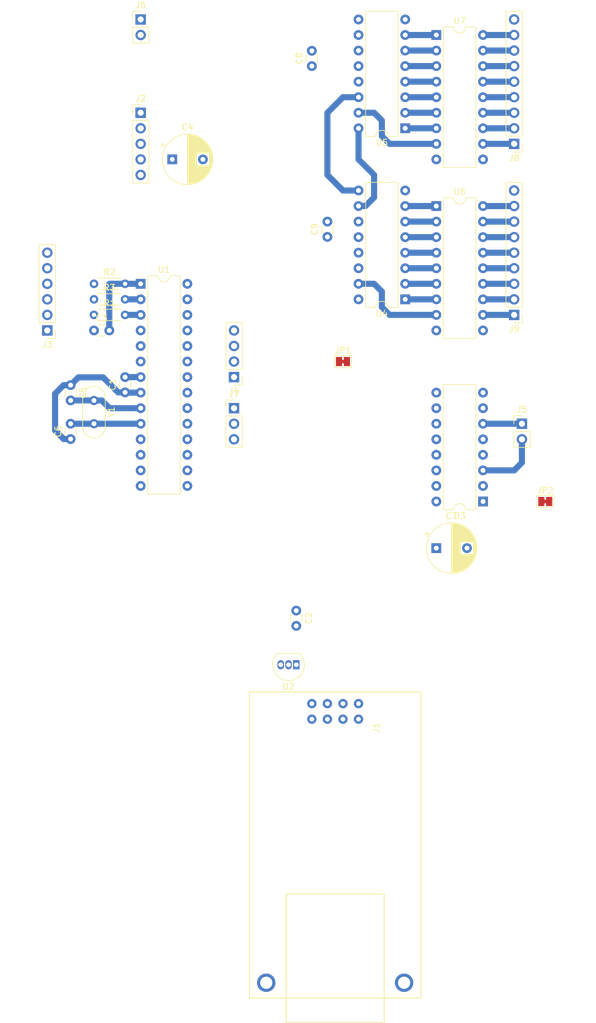
<source format=kicad_pcb>
(kicad_pcb (version 20171130) (host pcbnew 5.0.2-bee76a0~70~ubuntu16.04.1)

  (general
    (thickness 1.6)
    (drawings 0)
    (tracks 79)
    (zones 0)
    (modules 31)
    (nets 63)
  )

  (page A4)
  (layers
    (0 F.Cu signal)
    (31 B.Cu signal)
    (32 B.Adhes user)
    (33 F.Adhes user)
    (34 B.Paste user)
    (35 F.Paste user)
    (36 B.SilkS user)
    (37 F.SilkS user)
    (38 B.Mask user)
    (39 F.Mask user)
    (40 Dwgs.User user)
    (41 Cmts.User user)
    (42 Eco1.User user)
    (43 Eco2.User user)
    (44 Edge.Cuts user)
    (45 Margin user)
    (46 B.CrtYd user)
    (47 F.CrtYd user)
    (48 B.Fab user)
    (49 F.Fab user)
  )

  (setup
    (last_trace_width 1)
    (trace_clearance 0.5)
    (zone_clearance 0.508)
    (zone_45_only no)
    (trace_min 0.2)
    (segment_width 0.2)
    (edge_width 0.15)
    (via_size 0.8)
    (via_drill 0.4)
    (via_min_size 0.4)
    (via_min_drill 0.3)
    (uvia_size 0.3)
    (uvia_drill 0.1)
    (uvias_allowed no)
    (uvia_min_size 0.2)
    (uvia_min_drill 0.1)
    (pcb_text_width 0.3)
    (pcb_text_size 1.5 1.5)
    (mod_edge_width 0.15)
    (mod_text_size 1 1)
    (mod_text_width 0.15)
    (pad_size 1.524 1.524)
    (pad_drill 0.762)
    (pad_to_mask_clearance 0.051)
    (solder_mask_min_width 0.25)
    (aux_axis_origin 0 0)
    (visible_elements FFFFFF7F)
    (pcbplotparams
      (layerselection 0x010fc_ffffffff)
      (usegerberextensions false)
      (usegerberattributes false)
      (usegerberadvancedattributes false)
      (creategerberjobfile false)
      (excludeedgelayer true)
      (linewidth 0.100000)
      (plotframeref false)
      (viasonmask false)
      (mode 1)
      (useauxorigin false)
      (hpglpennumber 1)
      (hpglpenspeed 20)
      (hpglpendiameter 15.000000)
      (psnegative false)
      (psa4output false)
      (plotreference true)
      (plotvalue true)
      (plotinvisibletext false)
      (padsonsilk false)
      (subtractmaskfromsilk false)
      (outputformat 1)
      (mirror false)
      (drillshape 1)
      (scaleselection 1)
      (outputdirectory ""))
  )

  (net 0 "")
  (net 1 GNDD)
  (net 2 +5V)
  (net 3 RESET)
  (net 4 "Net-(C3-Pad2)")
  (net 5 "Net-(C5-Pad2)")
  (net 6 "Net-(C6-Pad2)")
  (net 7 GNDA)
  (net 8 VCC)
  (net 9 MOSI)
  (net 10 SCK)
  (net 11 SS)
  (net 12 MISO)
  (net 13 /3v3)
  (net 14 TX)
  (net 15 RX)
  (net 16 ENCODER_B)
  (net 17 ENCODER_A)
  (net 18 ENCODER_BUTTON)
  (net 19 "Net-(J5-Pad2)")
  (net 20 "Net-(J5-Pad1)")
  (net 21 +9V)
  (net 22 SERVO_SLIDER)
  (net 23 "Net-(J8-Pad1)")
  (net 24 "Net-(J8-Pad2)")
  (net 25 "Net-(J8-Pad3)")
  (net 26 "Net-(J8-Pad4)")
  (net 27 "Net-(J8-Pad5)")
  (net 28 "Net-(J8-Pad6)")
  (net 29 "Net-(J8-Pad7)")
  (net 30 "Net-(J8-Pad8)")
  (net 31 "Net-(J9-Pad8)")
  (net 32 "Net-(J9-Pad7)")
  (net 33 "Net-(J9-Pad6)")
  (net 34 "Net-(J9-Pad5)")
  (net 35 "Net-(J9-Pad4)")
  (net 36 "Net-(J9-Pad3)")
  (net 37 "Net-(J9-Pad2)")
  (net 38 "Net-(J9-Pad1)")
  (net 39 "Net-(R1-Pad2)")
  (net 40 "Net-(R3-Pad2)")
  (net 41 SRDATA)
  (net 42 SRCLOCK)
  (net 43 SRLATCH)
  (net 44 MOTOR_1)
  (net 45 MOTOR_2)
  (net 46 "Net-(U4-Pad1)")
  (net 47 "Net-(U4-Pad9)")
  (net 48 "Net-(U4-Pad2)")
  (net 49 "Net-(U4-Pad3)")
  (net 50 "Net-(U4-Pad4)")
  (net 51 "Net-(U4-Pad5)")
  (net 52 "Net-(U4-Pad6)")
  (net 53 "Net-(U4-Pad7)")
  (net 54 "Net-(U4-Pad15)")
  (net 55 "Net-(U5-Pad15)")
  (net 56 "Net-(U5-Pad7)")
  (net 57 "Net-(U5-Pad6)")
  (net 58 "Net-(U5-Pad5)")
  (net 59 "Net-(U5-Pad4)")
  (net 60 "Net-(U5-Pad3)")
  (net 61 "Net-(U5-Pad2)")
  (net 62 "Net-(U5-Pad1)")

  (net_class Default "This is the default net class."
    (clearance 0.5)
    (trace_width 1)
    (via_dia 0.8)
    (via_drill 0.4)
    (uvia_dia 0.3)
    (uvia_drill 0.1)
    (add_net +5V)
    (add_net +9V)
    (add_net /3v3)
    (add_net ENCODER_A)
    (add_net ENCODER_B)
    (add_net ENCODER_BUTTON)
    (add_net GNDA)
    (add_net GNDD)
    (add_net MISO)
    (add_net MOSI)
    (add_net MOTOR_1)
    (add_net MOTOR_2)
    (add_net "Net-(C3-Pad2)")
    (add_net "Net-(C5-Pad2)")
    (add_net "Net-(C6-Pad2)")
    (add_net "Net-(J5-Pad1)")
    (add_net "Net-(J5-Pad2)")
    (add_net "Net-(J8-Pad1)")
    (add_net "Net-(J8-Pad2)")
    (add_net "Net-(J8-Pad3)")
    (add_net "Net-(J8-Pad4)")
    (add_net "Net-(J8-Pad5)")
    (add_net "Net-(J8-Pad6)")
    (add_net "Net-(J8-Pad7)")
    (add_net "Net-(J8-Pad8)")
    (add_net "Net-(J9-Pad1)")
    (add_net "Net-(J9-Pad2)")
    (add_net "Net-(J9-Pad3)")
    (add_net "Net-(J9-Pad4)")
    (add_net "Net-(J9-Pad5)")
    (add_net "Net-(J9-Pad6)")
    (add_net "Net-(J9-Pad7)")
    (add_net "Net-(J9-Pad8)")
    (add_net "Net-(R1-Pad2)")
    (add_net "Net-(R3-Pad2)")
    (add_net "Net-(U4-Pad1)")
    (add_net "Net-(U4-Pad15)")
    (add_net "Net-(U4-Pad2)")
    (add_net "Net-(U4-Pad3)")
    (add_net "Net-(U4-Pad4)")
    (add_net "Net-(U4-Pad5)")
    (add_net "Net-(U4-Pad6)")
    (add_net "Net-(U4-Pad7)")
    (add_net "Net-(U4-Pad9)")
    (add_net "Net-(U5-Pad1)")
    (add_net "Net-(U5-Pad15)")
    (add_net "Net-(U5-Pad2)")
    (add_net "Net-(U5-Pad3)")
    (add_net "Net-(U5-Pad4)")
    (add_net "Net-(U5-Pad5)")
    (add_net "Net-(U5-Pad6)")
    (add_net "Net-(U5-Pad7)")
    (add_net RESET)
    (add_net RX)
    (add_net SCK)
    (add_net SERVO_SLIDER)
    (add_net SRCLOCK)
    (add_net SRDATA)
    (add_net SRLATCH)
    (add_net SS)
    (add_net TX)
    (add_net VCC)
  )

  (module Capacitor_THT:C_Disc_D3.0mm_W1.6mm_P2.50mm (layer F.Cu) (tedit 5AE50EF0) (tstamp 5CD1AC21)
    (at 45.72 86.32 90)
    (descr "C, Disc series, Radial, pin pitch=2.50mm, , diameter*width=3.0*1.6mm^2, Capacitor, http://www.vishay.com/docs/45233/krseries.pdf")
    (tags "C Disc series Radial pin pitch 2.50mm  diameter 3.0mm width 1.6mm Capacitor")
    (path /5CD25D56)
    (fp_text reference C1 (at 1.25 -2.05 90) (layer F.SilkS)
      (effects (font (size 1 1) (thickness 0.15)))
    )
    (fp_text value 100nF (at 1.25 2.05 90) (layer F.Fab)
      (effects (font (size 1 1) (thickness 0.15)))
    )
    (fp_line (start -0.25 -0.8) (end -0.25 0.8) (layer F.Fab) (width 0.1))
    (fp_line (start -0.25 0.8) (end 2.75 0.8) (layer F.Fab) (width 0.1))
    (fp_line (start 2.75 0.8) (end 2.75 -0.8) (layer F.Fab) (width 0.1))
    (fp_line (start 2.75 -0.8) (end -0.25 -0.8) (layer F.Fab) (width 0.1))
    (fp_line (start 0.621 -0.92) (end 1.879 -0.92) (layer F.SilkS) (width 0.12))
    (fp_line (start 0.621 0.92) (end 1.879 0.92) (layer F.SilkS) (width 0.12))
    (fp_line (start -1.05 -1.05) (end -1.05 1.05) (layer F.CrtYd) (width 0.05))
    (fp_line (start -1.05 1.05) (end 3.55 1.05) (layer F.CrtYd) (width 0.05))
    (fp_line (start 3.55 1.05) (end 3.55 -1.05) (layer F.CrtYd) (width 0.05))
    (fp_line (start 3.55 -1.05) (end -1.05 -1.05) (layer F.CrtYd) (width 0.05))
    (fp_text user %R (at 1.25 0 90) (layer F.Fab)
      (effects (font (size 0.6 0.6) (thickness 0.09)))
    )
    (pad 1 thru_hole circle (at 0 0 90) (size 1.6 1.6) (drill 0.8) (layers *.Cu *.Mask)
      (net 1 GNDD))
    (pad 2 thru_hole circle (at 2.5 0 90) (size 1.6 1.6) (drill 0.8) (layers *.Cu *.Mask)
      (net 2 +5V))
    (model ${KISYS3DMOD}/Capacitor_THT.3dshapes/C_Disc_D3.0mm_W1.6mm_P2.50mm.wrl
      (at (xyz 0 0 0))
      (scale (xyz 1 1 1))
      (rotate (xyz 0 0 0))
    )
  )

  (module Capacitor_THT:C_Disc_D3.0mm_W1.6mm_P2.50mm (layer F.Cu) (tedit 5AE50EF0) (tstamp 5CD1A7AF)
    (at 73.66 121.96 270)
    (descr "C, Disc series, Radial, pin pitch=2.50mm, , diameter*width=3.0*1.6mm^2, Capacitor, http://www.vishay.com/docs/45233/krseries.pdf")
    (tags "C Disc series Radial pin pitch 2.50mm  diameter 3.0mm width 1.6mm Capacitor")
    (path /5CD91735)
    (fp_text reference C2 (at 1.25 -2.05 270) (layer F.SilkS)
      (effects (font (size 1 1) (thickness 0.15)))
    )
    (fp_text value 100nF (at 1.25 2.05 270) (layer F.Fab)
      (effects (font (size 1 1) (thickness 0.15)))
    )
    (fp_text user %R (at 1.25 0 270) (layer F.Fab)
      (effects (font (size 0.6 0.6) (thickness 0.09)))
    )
    (fp_line (start 3.55 -1.05) (end -1.05 -1.05) (layer F.CrtYd) (width 0.05))
    (fp_line (start 3.55 1.05) (end 3.55 -1.05) (layer F.CrtYd) (width 0.05))
    (fp_line (start -1.05 1.05) (end 3.55 1.05) (layer F.CrtYd) (width 0.05))
    (fp_line (start -1.05 -1.05) (end -1.05 1.05) (layer F.CrtYd) (width 0.05))
    (fp_line (start 0.621 0.92) (end 1.879 0.92) (layer F.SilkS) (width 0.12))
    (fp_line (start 0.621 -0.92) (end 1.879 -0.92) (layer F.SilkS) (width 0.12))
    (fp_line (start 2.75 -0.8) (end -0.25 -0.8) (layer F.Fab) (width 0.1))
    (fp_line (start 2.75 0.8) (end 2.75 -0.8) (layer F.Fab) (width 0.1))
    (fp_line (start -0.25 0.8) (end 2.75 0.8) (layer F.Fab) (width 0.1))
    (fp_line (start -0.25 -0.8) (end -0.25 0.8) (layer F.Fab) (width 0.1))
    (pad 2 thru_hole circle (at 2.5 0 270) (size 1.6 1.6) (drill 0.8) (layers *.Cu *.Mask)
      (net 2 +5V))
    (pad 1 thru_hole circle (at 0 0 270) (size 1.6 1.6) (drill 0.8) (layers *.Cu *.Mask)
      (net 1 GNDD))
    (model ${KISYS3DMOD}/Capacitor_THT.3dshapes/C_Disc_D3.0mm_W1.6mm_P2.50mm.wrl
      (at (xyz 0 0 0))
      (scale (xyz 1 1 1))
      (rotate (xyz 0 0 0))
    )
  )

  (module Capacitor_THT:C_Disc_D3.0mm_W1.6mm_P2.50mm (layer F.Cu) (tedit 5AE50EF0) (tstamp 5CD1DAF4)
    (at 40.64 76.2)
    (descr "C, Disc series, Radial, pin pitch=2.50mm, , diameter*width=3.0*1.6mm^2, Capacitor, http://www.vishay.com/docs/45233/krseries.pdf")
    (tags "C Disc series Radial pin pitch 2.50mm  diameter 3.0mm width 1.6mm Capacitor")
    (path /5CD3F935)
    (fp_text reference C3 (at 1.25 -2.05) (layer F.SilkS)
      (effects (font (size 1 1) (thickness 0.15)))
    )
    (fp_text value 100nF (at 1.25 2.05) (layer F.Fab)
      (effects (font (size 1 1) (thickness 0.15)))
    )
    (fp_line (start -0.25 -0.8) (end -0.25 0.8) (layer F.Fab) (width 0.1))
    (fp_line (start -0.25 0.8) (end 2.75 0.8) (layer F.Fab) (width 0.1))
    (fp_line (start 2.75 0.8) (end 2.75 -0.8) (layer F.Fab) (width 0.1))
    (fp_line (start 2.75 -0.8) (end -0.25 -0.8) (layer F.Fab) (width 0.1))
    (fp_line (start 0.621 -0.92) (end 1.879 -0.92) (layer F.SilkS) (width 0.12))
    (fp_line (start 0.621 0.92) (end 1.879 0.92) (layer F.SilkS) (width 0.12))
    (fp_line (start -1.05 -1.05) (end -1.05 1.05) (layer F.CrtYd) (width 0.05))
    (fp_line (start -1.05 1.05) (end 3.55 1.05) (layer F.CrtYd) (width 0.05))
    (fp_line (start 3.55 1.05) (end 3.55 -1.05) (layer F.CrtYd) (width 0.05))
    (fp_line (start 3.55 -1.05) (end -1.05 -1.05) (layer F.CrtYd) (width 0.05))
    (fp_text user %R (at 1.25 0) (layer F.Fab)
      (effects (font (size 0.6 0.6) (thickness 0.09)))
    )
    (pad 1 thru_hole circle (at 0 0) (size 1.6 1.6) (drill 0.8) (layers *.Cu *.Mask)
      (net 3 RESET))
    (pad 2 thru_hole circle (at 2.5 0) (size 1.6 1.6) (drill 0.8) (layers *.Cu *.Mask)
      (net 4 "Net-(C3-Pad2)"))
    (model ${KISYS3DMOD}/Capacitor_THT.3dshapes/C_Disc_D3.0mm_W1.6mm_P2.50mm.wrl
      (at (xyz 0 0 0))
      (scale (xyz 1 1 1))
      (rotate (xyz 0 0 0))
    )
  )

  (module Capacitor_THT:CP_Radial_D8.0mm_P5.00mm (layer F.Cu) (tedit 5AE50EF0) (tstamp 5CD1ACEC)
    (at 53.42 48.26)
    (descr "CP, Radial series, Radial, pin pitch=5.00mm, , diameter=8mm, Electrolytic Capacitor")
    (tags "CP Radial series Radial pin pitch 5.00mm  diameter 8mm Electrolytic Capacitor")
    (path /5CD3C177)
    (fp_text reference C4 (at 2.5 -5.25) (layer F.SilkS)
      (effects (font (size 1 1) (thickness 0.15)))
    )
    (fp_text value 100uF (at 2.5 5.25) (layer F.Fab)
      (effects (font (size 1 1) (thickness 0.15)))
    )
    (fp_circle (center 2.5 0) (end 6.5 0) (layer F.Fab) (width 0.1))
    (fp_circle (center 2.5 0) (end 6.62 0) (layer F.SilkS) (width 0.12))
    (fp_circle (center 2.5 0) (end 6.75 0) (layer F.CrtYd) (width 0.05))
    (fp_line (start -0.926759 -1.7475) (end -0.126759 -1.7475) (layer F.Fab) (width 0.1))
    (fp_line (start -0.526759 -2.1475) (end -0.526759 -1.3475) (layer F.Fab) (width 0.1))
    (fp_line (start 2.5 -4.08) (end 2.5 4.08) (layer F.SilkS) (width 0.12))
    (fp_line (start 2.54 -4.08) (end 2.54 4.08) (layer F.SilkS) (width 0.12))
    (fp_line (start 2.58 -4.08) (end 2.58 4.08) (layer F.SilkS) (width 0.12))
    (fp_line (start 2.62 -4.079) (end 2.62 4.079) (layer F.SilkS) (width 0.12))
    (fp_line (start 2.66 -4.077) (end 2.66 4.077) (layer F.SilkS) (width 0.12))
    (fp_line (start 2.7 -4.076) (end 2.7 4.076) (layer F.SilkS) (width 0.12))
    (fp_line (start 2.74 -4.074) (end 2.74 4.074) (layer F.SilkS) (width 0.12))
    (fp_line (start 2.78 -4.071) (end 2.78 4.071) (layer F.SilkS) (width 0.12))
    (fp_line (start 2.82 -4.068) (end 2.82 4.068) (layer F.SilkS) (width 0.12))
    (fp_line (start 2.86 -4.065) (end 2.86 4.065) (layer F.SilkS) (width 0.12))
    (fp_line (start 2.9 -4.061) (end 2.9 4.061) (layer F.SilkS) (width 0.12))
    (fp_line (start 2.94 -4.057) (end 2.94 4.057) (layer F.SilkS) (width 0.12))
    (fp_line (start 2.98 -4.052) (end 2.98 4.052) (layer F.SilkS) (width 0.12))
    (fp_line (start 3.02 -4.048) (end 3.02 4.048) (layer F.SilkS) (width 0.12))
    (fp_line (start 3.06 -4.042) (end 3.06 4.042) (layer F.SilkS) (width 0.12))
    (fp_line (start 3.1 -4.037) (end 3.1 4.037) (layer F.SilkS) (width 0.12))
    (fp_line (start 3.14 -4.03) (end 3.14 4.03) (layer F.SilkS) (width 0.12))
    (fp_line (start 3.18 -4.024) (end 3.18 4.024) (layer F.SilkS) (width 0.12))
    (fp_line (start 3.221 -4.017) (end 3.221 4.017) (layer F.SilkS) (width 0.12))
    (fp_line (start 3.261 -4.01) (end 3.261 4.01) (layer F.SilkS) (width 0.12))
    (fp_line (start 3.301 -4.002) (end 3.301 4.002) (layer F.SilkS) (width 0.12))
    (fp_line (start 3.341 -3.994) (end 3.341 3.994) (layer F.SilkS) (width 0.12))
    (fp_line (start 3.381 -3.985) (end 3.381 3.985) (layer F.SilkS) (width 0.12))
    (fp_line (start 3.421 -3.976) (end 3.421 3.976) (layer F.SilkS) (width 0.12))
    (fp_line (start 3.461 -3.967) (end 3.461 3.967) (layer F.SilkS) (width 0.12))
    (fp_line (start 3.501 -3.957) (end 3.501 3.957) (layer F.SilkS) (width 0.12))
    (fp_line (start 3.541 -3.947) (end 3.541 3.947) (layer F.SilkS) (width 0.12))
    (fp_line (start 3.581 -3.936) (end 3.581 3.936) (layer F.SilkS) (width 0.12))
    (fp_line (start 3.621 -3.925) (end 3.621 3.925) (layer F.SilkS) (width 0.12))
    (fp_line (start 3.661 -3.914) (end 3.661 3.914) (layer F.SilkS) (width 0.12))
    (fp_line (start 3.701 -3.902) (end 3.701 3.902) (layer F.SilkS) (width 0.12))
    (fp_line (start 3.741 -3.889) (end 3.741 3.889) (layer F.SilkS) (width 0.12))
    (fp_line (start 3.781 -3.877) (end 3.781 3.877) (layer F.SilkS) (width 0.12))
    (fp_line (start 3.821 -3.863) (end 3.821 3.863) (layer F.SilkS) (width 0.12))
    (fp_line (start 3.861 -3.85) (end 3.861 3.85) (layer F.SilkS) (width 0.12))
    (fp_line (start 3.901 -3.835) (end 3.901 3.835) (layer F.SilkS) (width 0.12))
    (fp_line (start 3.941 -3.821) (end 3.941 3.821) (layer F.SilkS) (width 0.12))
    (fp_line (start 3.981 -3.805) (end 3.981 -1.04) (layer F.SilkS) (width 0.12))
    (fp_line (start 3.981 1.04) (end 3.981 3.805) (layer F.SilkS) (width 0.12))
    (fp_line (start 4.021 -3.79) (end 4.021 -1.04) (layer F.SilkS) (width 0.12))
    (fp_line (start 4.021 1.04) (end 4.021 3.79) (layer F.SilkS) (width 0.12))
    (fp_line (start 4.061 -3.774) (end 4.061 -1.04) (layer F.SilkS) (width 0.12))
    (fp_line (start 4.061 1.04) (end 4.061 3.774) (layer F.SilkS) (width 0.12))
    (fp_line (start 4.101 -3.757) (end 4.101 -1.04) (layer F.SilkS) (width 0.12))
    (fp_line (start 4.101 1.04) (end 4.101 3.757) (layer F.SilkS) (width 0.12))
    (fp_line (start 4.141 -3.74) (end 4.141 -1.04) (layer F.SilkS) (width 0.12))
    (fp_line (start 4.141 1.04) (end 4.141 3.74) (layer F.SilkS) (width 0.12))
    (fp_line (start 4.181 -3.722) (end 4.181 -1.04) (layer F.SilkS) (width 0.12))
    (fp_line (start 4.181 1.04) (end 4.181 3.722) (layer F.SilkS) (width 0.12))
    (fp_line (start 4.221 -3.704) (end 4.221 -1.04) (layer F.SilkS) (width 0.12))
    (fp_line (start 4.221 1.04) (end 4.221 3.704) (layer F.SilkS) (width 0.12))
    (fp_line (start 4.261 -3.686) (end 4.261 -1.04) (layer F.SilkS) (width 0.12))
    (fp_line (start 4.261 1.04) (end 4.261 3.686) (layer F.SilkS) (width 0.12))
    (fp_line (start 4.301 -3.666) (end 4.301 -1.04) (layer F.SilkS) (width 0.12))
    (fp_line (start 4.301 1.04) (end 4.301 3.666) (layer F.SilkS) (width 0.12))
    (fp_line (start 4.341 -3.647) (end 4.341 -1.04) (layer F.SilkS) (width 0.12))
    (fp_line (start 4.341 1.04) (end 4.341 3.647) (layer F.SilkS) (width 0.12))
    (fp_line (start 4.381 -3.627) (end 4.381 -1.04) (layer F.SilkS) (width 0.12))
    (fp_line (start 4.381 1.04) (end 4.381 3.627) (layer F.SilkS) (width 0.12))
    (fp_line (start 4.421 -3.606) (end 4.421 -1.04) (layer F.SilkS) (width 0.12))
    (fp_line (start 4.421 1.04) (end 4.421 3.606) (layer F.SilkS) (width 0.12))
    (fp_line (start 4.461 -3.584) (end 4.461 -1.04) (layer F.SilkS) (width 0.12))
    (fp_line (start 4.461 1.04) (end 4.461 3.584) (layer F.SilkS) (width 0.12))
    (fp_line (start 4.501 -3.562) (end 4.501 -1.04) (layer F.SilkS) (width 0.12))
    (fp_line (start 4.501 1.04) (end 4.501 3.562) (layer F.SilkS) (width 0.12))
    (fp_line (start 4.541 -3.54) (end 4.541 -1.04) (layer F.SilkS) (width 0.12))
    (fp_line (start 4.541 1.04) (end 4.541 3.54) (layer F.SilkS) (width 0.12))
    (fp_line (start 4.581 -3.517) (end 4.581 -1.04) (layer F.SilkS) (width 0.12))
    (fp_line (start 4.581 1.04) (end 4.581 3.517) (layer F.SilkS) (width 0.12))
    (fp_line (start 4.621 -3.493) (end 4.621 -1.04) (layer F.SilkS) (width 0.12))
    (fp_line (start 4.621 1.04) (end 4.621 3.493) (layer F.SilkS) (width 0.12))
    (fp_line (start 4.661 -3.469) (end 4.661 -1.04) (layer F.SilkS) (width 0.12))
    (fp_line (start 4.661 1.04) (end 4.661 3.469) (layer F.SilkS) (width 0.12))
    (fp_line (start 4.701 -3.444) (end 4.701 -1.04) (layer F.SilkS) (width 0.12))
    (fp_line (start 4.701 1.04) (end 4.701 3.444) (layer F.SilkS) (width 0.12))
    (fp_line (start 4.741 -3.418) (end 4.741 -1.04) (layer F.SilkS) (width 0.12))
    (fp_line (start 4.741 1.04) (end 4.741 3.418) (layer F.SilkS) (width 0.12))
    (fp_line (start 4.781 -3.392) (end 4.781 -1.04) (layer F.SilkS) (width 0.12))
    (fp_line (start 4.781 1.04) (end 4.781 3.392) (layer F.SilkS) (width 0.12))
    (fp_line (start 4.821 -3.365) (end 4.821 -1.04) (layer F.SilkS) (width 0.12))
    (fp_line (start 4.821 1.04) (end 4.821 3.365) (layer F.SilkS) (width 0.12))
    (fp_line (start 4.861 -3.338) (end 4.861 -1.04) (layer F.SilkS) (width 0.12))
    (fp_line (start 4.861 1.04) (end 4.861 3.338) (layer F.SilkS) (width 0.12))
    (fp_line (start 4.901 -3.309) (end 4.901 -1.04) (layer F.SilkS) (width 0.12))
    (fp_line (start 4.901 1.04) (end 4.901 3.309) (layer F.SilkS) (width 0.12))
    (fp_line (start 4.941 -3.28) (end 4.941 -1.04) (layer F.SilkS) (width 0.12))
    (fp_line (start 4.941 1.04) (end 4.941 3.28) (layer F.SilkS) (width 0.12))
    (fp_line (start 4.981 -3.25) (end 4.981 -1.04) (layer F.SilkS) (width 0.12))
    (fp_line (start 4.981 1.04) (end 4.981 3.25) (layer F.SilkS) (width 0.12))
    (fp_line (start 5.021 -3.22) (end 5.021 -1.04) (layer F.SilkS) (width 0.12))
    (fp_line (start 5.021 1.04) (end 5.021 3.22) (layer F.SilkS) (width 0.12))
    (fp_line (start 5.061 -3.189) (end 5.061 -1.04) (layer F.SilkS) (width 0.12))
    (fp_line (start 5.061 1.04) (end 5.061 3.189) (layer F.SilkS) (width 0.12))
    (fp_line (start 5.101 -3.156) (end 5.101 -1.04) (layer F.SilkS) (width 0.12))
    (fp_line (start 5.101 1.04) (end 5.101 3.156) (layer F.SilkS) (width 0.12))
    (fp_line (start 5.141 -3.124) (end 5.141 -1.04) (layer F.SilkS) (width 0.12))
    (fp_line (start 5.141 1.04) (end 5.141 3.124) (layer F.SilkS) (width 0.12))
    (fp_line (start 5.181 -3.09) (end 5.181 -1.04) (layer F.SilkS) (width 0.12))
    (fp_line (start 5.181 1.04) (end 5.181 3.09) (layer F.SilkS) (width 0.12))
    (fp_line (start 5.221 -3.055) (end 5.221 -1.04) (layer F.SilkS) (width 0.12))
    (fp_line (start 5.221 1.04) (end 5.221 3.055) (layer F.SilkS) (width 0.12))
    (fp_line (start 5.261 -3.019) (end 5.261 -1.04) (layer F.SilkS) (width 0.12))
    (fp_line (start 5.261 1.04) (end 5.261 3.019) (layer F.SilkS) (width 0.12))
    (fp_line (start 5.301 -2.983) (end 5.301 -1.04) (layer F.SilkS) (width 0.12))
    (fp_line (start 5.301 1.04) (end 5.301 2.983) (layer F.SilkS) (width 0.12))
    (fp_line (start 5.341 -2.945) (end 5.341 -1.04) (layer F.SilkS) (width 0.12))
    (fp_line (start 5.341 1.04) (end 5.341 2.945) (layer F.SilkS) (width 0.12))
    (fp_line (start 5.381 -2.907) (end 5.381 -1.04) (layer F.SilkS) (width 0.12))
    (fp_line (start 5.381 1.04) (end 5.381 2.907) (layer F.SilkS) (width 0.12))
    (fp_line (start 5.421 -2.867) (end 5.421 -1.04) (layer F.SilkS) (width 0.12))
    (fp_line (start 5.421 1.04) (end 5.421 2.867) (layer F.SilkS) (width 0.12))
    (fp_line (start 5.461 -2.826) (end 5.461 -1.04) (layer F.SilkS) (width 0.12))
    (fp_line (start 5.461 1.04) (end 5.461 2.826) (layer F.SilkS) (width 0.12))
    (fp_line (start 5.501 -2.784) (end 5.501 -1.04) (layer F.SilkS) (width 0.12))
    (fp_line (start 5.501 1.04) (end 5.501 2.784) (layer F.SilkS) (width 0.12))
    (fp_line (start 5.541 -2.741) (end 5.541 -1.04) (layer F.SilkS) (width 0.12))
    (fp_line (start 5.541 1.04) (end 5.541 2.741) (layer F.SilkS) (width 0.12))
    (fp_line (start 5.581 -2.697) (end 5.581 -1.04) (layer F.SilkS) (width 0.12))
    (fp_line (start 5.581 1.04) (end 5.581 2.697) (layer F.SilkS) (width 0.12))
    (fp_line (start 5.621 -2.651) (end 5.621 -1.04) (layer F.SilkS) (width 0.12))
    (fp_line (start 5.621 1.04) (end 5.621 2.651) (layer F.SilkS) (width 0.12))
    (fp_line (start 5.661 -2.604) (end 5.661 -1.04) (layer F.SilkS) (width 0.12))
    (fp_line (start 5.661 1.04) (end 5.661 2.604) (layer F.SilkS) (width 0.12))
    (fp_line (start 5.701 -2.556) (end 5.701 -1.04) (layer F.SilkS) (width 0.12))
    (fp_line (start 5.701 1.04) (end 5.701 2.556) (layer F.SilkS) (width 0.12))
    (fp_line (start 5.741 -2.505) (end 5.741 -1.04) (layer F.SilkS) (width 0.12))
    (fp_line (start 5.741 1.04) (end 5.741 2.505) (layer F.SilkS) (width 0.12))
    (fp_line (start 5.781 -2.454) (end 5.781 -1.04) (layer F.SilkS) (width 0.12))
    (fp_line (start 5.781 1.04) (end 5.781 2.454) (layer F.SilkS) (width 0.12))
    (fp_line (start 5.821 -2.4) (end 5.821 -1.04) (layer F.SilkS) (width 0.12))
    (fp_line (start 5.821 1.04) (end 5.821 2.4) (layer F.SilkS) (width 0.12))
    (fp_line (start 5.861 -2.345) (end 5.861 -1.04) (layer F.SilkS) (width 0.12))
    (fp_line (start 5.861 1.04) (end 5.861 2.345) (layer F.SilkS) (width 0.12))
    (fp_line (start 5.901 -2.287) (end 5.901 -1.04) (layer F.SilkS) (width 0.12))
    (fp_line (start 5.901 1.04) (end 5.901 2.287) (layer F.SilkS) (width 0.12))
    (fp_line (start 5.941 -2.228) (end 5.941 -1.04) (layer F.SilkS) (width 0.12))
    (fp_line (start 5.941 1.04) (end 5.941 2.228) (layer F.SilkS) (width 0.12))
    (fp_line (start 5.981 -2.166) (end 5.981 -1.04) (layer F.SilkS) (width 0.12))
    (fp_line (start 5.981 1.04) (end 5.981 2.166) (layer F.SilkS) (width 0.12))
    (fp_line (start 6.021 -2.102) (end 6.021 -1.04) (layer F.SilkS) (width 0.12))
    (fp_line (start 6.021 1.04) (end 6.021 2.102) (layer F.SilkS) (width 0.12))
    (fp_line (start 6.061 -2.034) (end 6.061 2.034) (layer F.SilkS) (width 0.12))
    (fp_line (start 6.101 -1.964) (end 6.101 1.964) (layer F.SilkS) (width 0.12))
    (fp_line (start 6.141 -1.89) (end 6.141 1.89) (layer F.SilkS) (width 0.12))
    (fp_line (start 6.181 -1.813) (end 6.181 1.813) (layer F.SilkS) (width 0.12))
    (fp_line (start 6.221 -1.731) (end 6.221 1.731) (layer F.SilkS) (width 0.12))
    (fp_line (start 6.261 -1.645) (end 6.261 1.645) (layer F.SilkS) (width 0.12))
    (fp_line (start 6.301 -1.552) (end 6.301 1.552) (layer F.SilkS) (width 0.12))
    (fp_line (start 6.341 -1.453) (end 6.341 1.453) (layer F.SilkS) (width 0.12))
    (fp_line (start 6.381 -1.346) (end 6.381 1.346) (layer F.SilkS) (width 0.12))
    (fp_line (start 6.421 -1.229) (end 6.421 1.229) (layer F.SilkS) (width 0.12))
    (fp_line (start 6.461 -1.098) (end 6.461 1.098) (layer F.SilkS) (width 0.12))
    (fp_line (start 6.501 -0.948) (end 6.501 0.948) (layer F.SilkS) (width 0.12))
    (fp_line (start 6.541 -0.768) (end 6.541 0.768) (layer F.SilkS) (width 0.12))
    (fp_line (start 6.581 -0.533) (end 6.581 0.533) (layer F.SilkS) (width 0.12))
    (fp_line (start -1.909698 -2.315) (end -1.109698 -2.315) (layer F.SilkS) (width 0.12))
    (fp_line (start -1.509698 -2.715) (end -1.509698 -1.915) (layer F.SilkS) (width 0.12))
    (fp_text user %R (at 2.5 0) (layer F.Fab)
      (effects (font (size 1 1) (thickness 0.15)))
    )
    (pad 1 thru_hole rect (at 0 0) (size 1.6 1.6) (drill 0.8) (layers *.Cu *.Mask)
      (net 2 +5V))
    (pad 2 thru_hole circle (at 5 0) (size 1.6 1.6) (drill 0.8) (layers *.Cu *.Mask)
      (net 1 GNDD))
    (model ${KISYS3DMOD}/Capacitor_THT.3dshapes/CP_Radial_D8.0mm_P5.00mm.wrl
      (at (xyz 0 0 0))
      (scale (xyz 1 1 1))
      (rotate (xyz 0 0 0))
    )
  )

  (module Capacitor_THT:C_Disc_D3.0mm_W1.6mm_P2.50mm (layer F.Cu) (tedit 5AE50EF0) (tstamp 5CD1DE2A)
    (at 36.83 85.13 270)
    (descr "C, Disc series, Radial, pin pitch=2.50mm, , diameter*width=3.0*1.6mm^2, Capacitor, http://www.vishay.com/docs/45233/krseries.pdf")
    (tags "C Disc series Radial pin pitch 2.50mm  diameter 3.0mm width 1.6mm Capacitor")
    (path /5CD16AB1)
    (fp_text reference C5 (at 1.25 -2.05 270) (layer F.SilkS)
      (effects (font (size 1 1) (thickness 0.15)))
    )
    (fp_text value 22p (at 1.25 2.05 270) (layer F.Fab)
      (effects (font (size 1 1) (thickness 0.15)))
    )
    (fp_line (start -0.25 -0.8) (end -0.25 0.8) (layer F.Fab) (width 0.1))
    (fp_line (start -0.25 0.8) (end 2.75 0.8) (layer F.Fab) (width 0.1))
    (fp_line (start 2.75 0.8) (end 2.75 -0.8) (layer F.Fab) (width 0.1))
    (fp_line (start 2.75 -0.8) (end -0.25 -0.8) (layer F.Fab) (width 0.1))
    (fp_line (start 0.621 -0.92) (end 1.879 -0.92) (layer F.SilkS) (width 0.12))
    (fp_line (start 0.621 0.92) (end 1.879 0.92) (layer F.SilkS) (width 0.12))
    (fp_line (start -1.05 -1.05) (end -1.05 1.05) (layer F.CrtYd) (width 0.05))
    (fp_line (start -1.05 1.05) (end 3.55 1.05) (layer F.CrtYd) (width 0.05))
    (fp_line (start 3.55 1.05) (end 3.55 -1.05) (layer F.CrtYd) (width 0.05))
    (fp_line (start 3.55 -1.05) (end -1.05 -1.05) (layer F.CrtYd) (width 0.05))
    (fp_text user %R (at 1.25 0 270) (layer F.Fab)
      (effects (font (size 0.6 0.6) (thickness 0.09)))
    )
    (pad 1 thru_hole circle (at 0 0 270) (size 1.6 1.6) (drill 0.8) (layers *.Cu *.Mask)
      (net 1 GNDD))
    (pad 2 thru_hole circle (at 2.5 0 270) (size 1.6 1.6) (drill 0.8) (layers *.Cu *.Mask)
      (net 5 "Net-(C5-Pad2)"))
    (model ${KISYS3DMOD}/Capacitor_THT.3dshapes/C_Disc_D3.0mm_W1.6mm_P2.50mm.wrl
      (at (xyz 0 0 0))
      (scale (xyz 1 1 1))
      (rotate (xyz 0 0 0))
    )
  )

  (module Capacitor_THT:C_Disc_D3.0mm_W1.6mm_P2.50mm (layer F.Cu) (tedit 5AE50EF0) (tstamp 5CD1AD0E)
    (at 36.83 93.94 90)
    (descr "C, Disc series, Radial, pin pitch=2.50mm, , diameter*width=3.0*1.6mm^2, Capacitor, http://www.vishay.com/docs/45233/krseries.pdf")
    (tags "C Disc series Radial pin pitch 2.50mm  diameter 3.0mm width 1.6mm Capacitor")
    (path /5CD16B2E)
    (fp_text reference C6 (at 1.25 -2.05 90) (layer F.SilkS)
      (effects (font (size 1 1) (thickness 0.15)))
    )
    (fp_text value 22p (at 1.25 2.05 90) (layer F.Fab)
      (effects (font (size 1 1) (thickness 0.15)))
    )
    (fp_text user %R (at 1.25 0 90) (layer F.Fab)
      (effects (font (size 0.6 0.6) (thickness 0.09)))
    )
    (fp_line (start 3.55 -1.05) (end -1.05 -1.05) (layer F.CrtYd) (width 0.05))
    (fp_line (start 3.55 1.05) (end 3.55 -1.05) (layer F.CrtYd) (width 0.05))
    (fp_line (start -1.05 1.05) (end 3.55 1.05) (layer F.CrtYd) (width 0.05))
    (fp_line (start -1.05 -1.05) (end -1.05 1.05) (layer F.CrtYd) (width 0.05))
    (fp_line (start 0.621 0.92) (end 1.879 0.92) (layer F.SilkS) (width 0.12))
    (fp_line (start 0.621 -0.92) (end 1.879 -0.92) (layer F.SilkS) (width 0.12))
    (fp_line (start 2.75 -0.8) (end -0.25 -0.8) (layer F.Fab) (width 0.1))
    (fp_line (start 2.75 0.8) (end 2.75 -0.8) (layer F.Fab) (width 0.1))
    (fp_line (start -0.25 0.8) (end 2.75 0.8) (layer F.Fab) (width 0.1))
    (fp_line (start -0.25 -0.8) (end -0.25 0.8) (layer F.Fab) (width 0.1))
    (pad 2 thru_hole circle (at 2.5 0 90) (size 1.6 1.6) (drill 0.8) (layers *.Cu *.Mask)
      (net 6 "Net-(C6-Pad2)"))
    (pad 1 thru_hole circle (at 0 0 90) (size 1.6 1.6) (drill 0.8) (layers *.Cu *.Mask)
      (net 1 GNDD))
    (model ${KISYS3DMOD}/Capacitor_THT.3dshapes/C_Disc_D3.0mm_W1.6mm_P2.50mm.wrl
      (at (xyz 0 0 0))
      (scale (xyz 1 1 1))
      (rotate (xyz 0 0 0))
    )
  )

  (module Capacitor_THT:CP_Radial_D8.0mm_P5.00mm (layer F.Cu) (tedit 5AE50EF0) (tstamp 5CD1A962)
    (at 96.52 111.76)
    (descr "CP, Radial series, Radial, pin pitch=5.00mm, , diameter=8mm, Electrolytic Capacitor")
    (tags "CP Radial series Radial pin pitch 5.00mm  diameter 8mm Electrolytic Capacitor")
    (path /5CDA1999)
    (fp_text reference C7 (at 2.5 -5.25) (layer F.SilkS)
      (effects (font (size 1 1) (thickness 0.15)))
    )
    (fp_text value 470uF (at 2.5 5.25) (layer F.Fab)
      (effects (font (size 1 1) (thickness 0.15)))
    )
    (fp_text user %R (at 2.5 0) (layer F.Fab)
      (effects (font (size 1 1) (thickness 0.15)))
    )
    (fp_line (start -1.509698 -2.715) (end -1.509698 -1.915) (layer F.SilkS) (width 0.12))
    (fp_line (start -1.909698 -2.315) (end -1.109698 -2.315) (layer F.SilkS) (width 0.12))
    (fp_line (start 6.581 -0.533) (end 6.581 0.533) (layer F.SilkS) (width 0.12))
    (fp_line (start 6.541 -0.768) (end 6.541 0.768) (layer F.SilkS) (width 0.12))
    (fp_line (start 6.501 -0.948) (end 6.501 0.948) (layer F.SilkS) (width 0.12))
    (fp_line (start 6.461 -1.098) (end 6.461 1.098) (layer F.SilkS) (width 0.12))
    (fp_line (start 6.421 -1.229) (end 6.421 1.229) (layer F.SilkS) (width 0.12))
    (fp_line (start 6.381 -1.346) (end 6.381 1.346) (layer F.SilkS) (width 0.12))
    (fp_line (start 6.341 -1.453) (end 6.341 1.453) (layer F.SilkS) (width 0.12))
    (fp_line (start 6.301 -1.552) (end 6.301 1.552) (layer F.SilkS) (width 0.12))
    (fp_line (start 6.261 -1.645) (end 6.261 1.645) (layer F.SilkS) (width 0.12))
    (fp_line (start 6.221 -1.731) (end 6.221 1.731) (layer F.SilkS) (width 0.12))
    (fp_line (start 6.181 -1.813) (end 6.181 1.813) (layer F.SilkS) (width 0.12))
    (fp_line (start 6.141 -1.89) (end 6.141 1.89) (layer F.SilkS) (width 0.12))
    (fp_line (start 6.101 -1.964) (end 6.101 1.964) (layer F.SilkS) (width 0.12))
    (fp_line (start 6.061 -2.034) (end 6.061 2.034) (layer F.SilkS) (width 0.12))
    (fp_line (start 6.021 1.04) (end 6.021 2.102) (layer F.SilkS) (width 0.12))
    (fp_line (start 6.021 -2.102) (end 6.021 -1.04) (layer F.SilkS) (width 0.12))
    (fp_line (start 5.981 1.04) (end 5.981 2.166) (layer F.SilkS) (width 0.12))
    (fp_line (start 5.981 -2.166) (end 5.981 -1.04) (layer F.SilkS) (width 0.12))
    (fp_line (start 5.941 1.04) (end 5.941 2.228) (layer F.SilkS) (width 0.12))
    (fp_line (start 5.941 -2.228) (end 5.941 -1.04) (layer F.SilkS) (width 0.12))
    (fp_line (start 5.901 1.04) (end 5.901 2.287) (layer F.SilkS) (width 0.12))
    (fp_line (start 5.901 -2.287) (end 5.901 -1.04) (layer F.SilkS) (width 0.12))
    (fp_line (start 5.861 1.04) (end 5.861 2.345) (layer F.SilkS) (width 0.12))
    (fp_line (start 5.861 -2.345) (end 5.861 -1.04) (layer F.SilkS) (width 0.12))
    (fp_line (start 5.821 1.04) (end 5.821 2.4) (layer F.SilkS) (width 0.12))
    (fp_line (start 5.821 -2.4) (end 5.821 -1.04) (layer F.SilkS) (width 0.12))
    (fp_line (start 5.781 1.04) (end 5.781 2.454) (layer F.SilkS) (width 0.12))
    (fp_line (start 5.781 -2.454) (end 5.781 -1.04) (layer F.SilkS) (width 0.12))
    (fp_line (start 5.741 1.04) (end 5.741 2.505) (layer F.SilkS) (width 0.12))
    (fp_line (start 5.741 -2.505) (end 5.741 -1.04) (layer F.SilkS) (width 0.12))
    (fp_line (start 5.701 1.04) (end 5.701 2.556) (layer F.SilkS) (width 0.12))
    (fp_line (start 5.701 -2.556) (end 5.701 -1.04) (layer F.SilkS) (width 0.12))
    (fp_line (start 5.661 1.04) (end 5.661 2.604) (layer F.SilkS) (width 0.12))
    (fp_line (start 5.661 -2.604) (end 5.661 -1.04) (layer F.SilkS) (width 0.12))
    (fp_line (start 5.621 1.04) (end 5.621 2.651) (layer F.SilkS) (width 0.12))
    (fp_line (start 5.621 -2.651) (end 5.621 -1.04) (layer F.SilkS) (width 0.12))
    (fp_line (start 5.581 1.04) (end 5.581 2.697) (layer F.SilkS) (width 0.12))
    (fp_line (start 5.581 -2.697) (end 5.581 -1.04) (layer F.SilkS) (width 0.12))
    (fp_line (start 5.541 1.04) (end 5.541 2.741) (layer F.SilkS) (width 0.12))
    (fp_line (start 5.541 -2.741) (end 5.541 -1.04) (layer F.SilkS) (width 0.12))
    (fp_line (start 5.501 1.04) (end 5.501 2.784) (layer F.SilkS) (width 0.12))
    (fp_line (start 5.501 -2.784) (end 5.501 -1.04) (layer F.SilkS) (width 0.12))
    (fp_line (start 5.461 1.04) (end 5.461 2.826) (layer F.SilkS) (width 0.12))
    (fp_line (start 5.461 -2.826) (end 5.461 -1.04) (layer F.SilkS) (width 0.12))
    (fp_line (start 5.421 1.04) (end 5.421 2.867) (layer F.SilkS) (width 0.12))
    (fp_line (start 5.421 -2.867) (end 5.421 -1.04) (layer F.SilkS) (width 0.12))
    (fp_line (start 5.381 1.04) (end 5.381 2.907) (layer F.SilkS) (width 0.12))
    (fp_line (start 5.381 -2.907) (end 5.381 -1.04) (layer F.SilkS) (width 0.12))
    (fp_line (start 5.341 1.04) (end 5.341 2.945) (layer F.SilkS) (width 0.12))
    (fp_line (start 5.341 -2.945) (end 5.341 -1.04) (layer F.SilkS) (width 0.12))
    (fp_line (start 5.301 1.04) (end 5.301 2.983) (layer F.SilkS) (width 0.12))
    (fp_line (start 5.301 -2.983) (end 5.301 -1.04) (layer F.SilkS) (width 0.12))
    (fp_line (start 5.261 1.04) (end 5.261 3.019) (layer F.SilkS) (width 0.12))
    (fp_line (start 5.261 -3.019) (end 5.261 -1.04) (layer F.SilkS) (width 0.12))
    (fp_line (start 5.221 1.04) (end 5.221 3.055) (layer F.SilkS) (width 0.12))
    (fp_line (start 5.221 -3.055) (end 5.221 -1.04) (layer F.SilkS) (width 0.12))
    (fp_line (start 5.181 1.04) (end 5.181 3.09) (layer F.SilkS) (width 0.12))
    (fp_line (start 5.181 -3.09) (end 5.181 -1.04) (layer F.SilkS) (width 0.12))
    (fp_line (start 5.141 1.04) (end 5.141 3.124) (layer F.SilkS) (width 0.12))
    (fp_line (start 5.141 -3.124) (end 5.141 -1.04) (layer F.SilkS) (width 0.12))
    (fp_line (start 5.101 1.04) (end 5.101 3.156) (layer F.SilkS) (width 0.12))
    (fp_line (start 5.101 -3.156) (end 5.101 -1.04) (layer F.SilkS) (width 0.12))
    (fp_line (start 5.061 1.04) (end 5.061 3.189) (layer F.SilkS) (width 0.12))
    (fp_line (start 5.061 -3.189) (end 5.061 -1.04) (layer F.SilkS) (width 0.12))
    (fp_line (start 5.021 1.04) (end 5.021 3.22) (layer F.SilkS) (width 0.12))
    (fp_line (start 5.021 -3.22) (end 5.021 -1.04) (layer F.SilkS) (width 0.12))
    (fp_line (start 4.981 1.04) (end 4.981 3.25) (layer F.SilkS) (width 0.12))
    (fp_line (start 4.981 -3.25) (end 4.981 -1.04) (layer F.SilkS) (width 0.12))
    (fp_line (start 4.941 1.04) (end 4.941 3.28) (layer F.SilkS) (width 0.12))
    (fp_line (start 4.941 -3.28) (end 4.941 -1.04) (layer F.SilkS) (width 0.12))
    (fp_line (start 4.901 1.04) (end 4.901 3.309) (layer F.SilkS) (width 0.12))
    (fp_line (start 4.901 -3.309) (end 4.901 -1.04) (layer F.SilkS) (width 0.12))
    (fp_line (start 4.861 1.04) (end 4.861 3.338) (layer F.SilkS) (width 0.12))
    (fp_line (start 4.861 -3.338) (end 4.861 -1.04) (layer F.SilkS) (width 0.12))
    (fp_line (start 4.821 1.04) (end 4.821 3.365) (layer F.SilkS) (width 0.12))
    (fp_line (start 4.821 -3.365) (end 4.821 -1.04) (layer F.SilkS) (width 0.12))
    (fp_line (start 4.781 1.04) (end 4.781 3.392) (layer F.SilkS) (width 0.12))
    (fp_line (start 4.781 -3.392) (end 4.781 -1.04) (layer F.SilkS) (width 0.12))
    (fp_line (start 4.741 1.04) (end 4.741 3.418) (layer F.SilkS) (width 0.12))
    (fp_line (start 4.741 -3.418) (end 4.741 -1.04) (layer F.SilkS) (width 0.12))
    (fp_line (start 4.701 1.04) (end 4.701 3.444) (layer F.SilkS) (width 0.12))
    (fp_line (start 4.701 -3.444) (end 4.701 -1.04) (layer F.SilkS) (width 0.12))
    (fp_line (start 4.661 1.04) (end 4.661 3.469) (layer F.SilkS) (width 0.12))
    (fp_line (start 4.661 -3.469) (end 4.661 -1.04) (layer F.SilkS) (width 0.12))
    (fp_line (start 4.621 1.04) (end 4.621 3.493) (layer F.SilkS) (width 0.12))
    (fp_line (start 4.621 -3.493) (end 4.621 -1.04) (layer F.SilkS) (width 0.12))
    (fp_line (start 4.581 1.04) (end 4.581 3.517) (layer F.SilkS) (width 0.12))
    (fp_line (start 4.581 -3.517) (end 4.581 -1.04) (layer F.SilkS) (width 0.12))
    (fp_line (start 4.541 1.04) (end 4.541 3.54) (layer F.SilkS) (width 0.12))
    (fp_line (start 4.541 -3.54) (end 4.541 -1.04) (layer F.SilkS) (width 0.12))
    (fp_line (start 4.501 1.04) (end 4.501 3.562) (layer F.SilkS) (width 0.12))
    (fp_line (start 4.501 -3.562) (end 4.501 -1.04) (layer F.SilkS) (width 0.12))
    (fp_line (start 4.461 1.04) (end 4.461 3.584) (layer F.SilkS) (width 0.12))
    (fp_line (start 4.461 -3.584) (end 4.461 -1.04) (layer F.SilkS) (width 0.12))
    (fp_line (start 4.421 1.04) (end 4.421 3.606) (layer F.SilkS) (width 0.12))
    (fp_line (start 4.421 -3.606) (end 4.421 -1.04) (layer F.SilkS) (width 0.12))
    (fp_line (start 4.381 1.04) (end 4.381 3.627) (layer F.SilkS) (width 0.12))
    (fp_line (start 4.381 -3.627) (end 4.381 -1.04) (layer F.SilkS) (width 0.12))
    (fp_line (start 4.341 1.04) (end 4.341 3.647) (layer F.SilkS) (width 0.12))
    (fp_line (start 4.341 -3.647) (end 4.341 -1.04) (layer F.SilkS) (width 0.12))
    (fp_line (start 4.301 1.04) (end 4.301 3.666) (layer F.SilkS) (width 0.12))
    (fp_line (start 4.301 -3.666) (end 4.301 -1.04) (layer F.SilkS) (width 0.12))
    (fp_line (start 4.261 1.04) (end 4.261 3.686) (layer F.SilkS) (width 0.12))
    (fp_line (start 4.261 -3.686) (end 4.261 -1.04) (layer F.SilkS) (width 0.12))
    (fp_line (start 4.221 1.04) (end 4.221 3.704) (layer F.SilkS) (width 0.12))
    (fp_line (start 4.221 -3.704) (end 4.221 -1.04) (layer F.SilkS) (width 0.12))
    (fp_line (start 4.181 1.04) (end 4.181 3.722) (layer F.SilkS) (width 0.12))
    (fp_line (start 4.181 -3.722) (end 4.181 -1.04) (layer F.SilkS) (width 0.12))
    (fp_line (start 4.141 1.04) (end 4.141 3.74) (layer F.SilkS) (width 0.12))
    (fp_line (start 4.141 -3.74) (end 4.141 -1.04) (layer F.SilkS) (width 0.12))
    (fp_line (start 4.101 1.04) (end 4.101 3.757) (layer F.SilkS) (width 0.12))
    (fp_line (start 4.101 -3.757) (end 4.101 -1.04) (layer F.SilkS) (width 0.12))
    (fp_line (start 4.061 1.04) (end 4.061 3.774) (layer F.SilkS) (width 0.12))
    (fp_line (start 4.061 -3.774) (end 4.061 -1.04) (layer F.SilkS) (width 0.12))
    (fp_line (start 4.021 1.04) (end 4.021 3.79) (layer F.SilkS) (width 0.12))
    (fp_line (start 4.021 -3.79) (end 4.021 -1.04) (layer F.SilkS) (width 0.12))
    (fp_line (start 3.981 1.04) (end 3.981 3.805) (layer F.SilkS) (width 0.12))
    (fp_line (start 3.981 -3.805) (end 3.981 -1.04) (layer F.SilkS) (width 0.12))
    (fp_line (start 3.941 -3.821) (end 3.941 3.821) (layer F.SilkS) (width 0.12))
    (fp_line (start 3.901 -3.835) (end 3.901 3.835) (layer F.SilkS) (width 0.12))
    (fp_line (start 3.861 -3.85) (end 3.861 3.85) (layer F.SilkS) (width 0.12))
    (fp_line (start 3.821 -3.863) (end 3.821 3.863) (layer F.SilkS) (width 0.12))
    (fp_line (start 3.781 -3.877) (end 3.781 3.877) (layer F.SilkS) (width 0.12))
    (fp_line (start 3.741 -3.889) (end 3.741 3.889) (layer F.SilkS) (width 0.12))
    (fp_line (start 3.701 -3.902) (end 3.701 3.902) (layer F.SilkS) (width 0.12))
    (fp_line (start 3.661 -3.914) (end 3.661 3.914) (layer F.SilkS) (width 0.12))
    (fp_line (start 3.621 -3.925) (end 3.621 3.925) (layer F.SilkS) (width 0.12))
    (fp_line (start 3.581 -3.936) (end 3.581 3.936) (layer F.SilkS) (width 0.12))
    (fp_line (start 3.541 -3.947) (end 3.541 3.947) (layer F.SilkS) (width 0.12))
    (fp_line (start 3.501 -3.957) (end 3.501 3.957) (layer F.SilkS) (width 0.12))
    (fp_line (start 3.461 -3.967) (end 3.461 3.967) (layer F.SilkS) (width 0.12))
    (fp_line (start 3.421 -3.976) (end 3.421 3.976) (layer F.SilkS) (width 0.12))
    (fp_line (start 3.381 -3.985) (end 3.381 3.985) (layer F.SilkS) (width 0.12))
    (fp_line (start 3.341 -3.994) (end 3.341 3.994) (layer F.SilkS) (width 0.12))
    (fp_line (start 3.301 -4.002) (end 3.301 4.002) (layer F.SilkS) (width 0.12))
    (fp_line (start 3.261 -4.01) (end 3.261 4.01) (layer F.SilkS) (width 0.12))
    (fp_line (start 3.221 -4.017) (end 3.221 4.017) (layer F.SilkS) (width 0.12))
    (fp_line (start 3.18 -4.024) (end 3.18 4.024) (layer F.SilkS) (width 0.12))
    (fp_line (start 3.14 -4.03) (end 3.14 4.03) (layer F.SilkS) (width 0.12))
    (fp_line (start 3.1 -4.037) (end 3.1 4.037) (layer F.SilkS) (width 0.12))
    (fp_line (start 3.06 -4.042) (end 3.06 4.042) (layer F.SilkS) (width 0.12))
    (fp_line (start 3.02 -4.048) (end 3.02 4.048) (layer F.SilkS) (width 0.12))
    (fp_line (start 2.98 -4.052) (end 2.98 4.052) (layer F.SilkS) (width 0.12))
    (fp_line (start 2.94 -4.057) (end 2.94 4.057) (layer F.SilkS) (width 0.12))
    (fp_line (start 2.9 -4.061) (end 2.9 4.061) (layer F.SilkS) (width 0.12))
    (fp_line (start 2.86 -4.065) (end 2.86 4.065) (layer F.SilkS) (width 0.12))
    (fp_line (start 2.82 -4.068) (end 2.82 4.068) (layer F.SilkS) (width 0.12))
    (fp_line (start 2.78 -4.071) (end 2.78 4.071) (layer F.SilkS) (width 0.12))
    (fp_line (start 2.74 -4.074) (end 2.74 4.074) (layer F.SilkS) (width 0.12))
    (fp_line (start 2.7 -4.076) (end 2.7 4.076) (layer F.SilkS) (width 0.12))
    (fp_line (start 2.66 -4.077) (end 2.66 4.077) (layer F.SilkS) (width 0.12))
    (fp_line (start 2.62 -4.079) (end 2.62 4.079) (layer F.SilkS) (width 0.12))
    (fp_line (start 2.58 -4.08) (end 2.58 4.08) (layer F.SilkS) (width 0.12))
    (fp_line (start 2.54 -4.08) (end 2.54 4.08) (layer F.SilkS) (width 0.12))
    (fp_line (start 2.5 -4.08) (end 2.5 4.08) (layer F.SilkS) (width 0.12))
    (fp_line (start -0.526759 -2.1475) (end -0.526759 -1.3475) (layer F.Fab) (width 0.1))
    (fp_line (start -0.926759 -1.7475) (end -0.126759 -1.7475) (layer F.Fab) (width 0.1))
    (fp_circle (center 2.5 0) (end 6.75 0) (layer F.CrtYd) (width 0.05))
    (fp_circle (center 2.5 0) (end 6.62 0) (layer F.SilkS) (width 0.12))
    (fp_circle (center 2.5 0) (end 6.5 0) (layer F.Fab) (width 0.1))
    (pad 2 thru_hole circle (at 5 0) (size 1.6 1.6) (drill 0.8) (layers *.Cu *.Mask)
      (net 7 GNDA))
    (pad 1 thru_hole rect (at 0 0) (size 1.6 1.6) (drill 0.8) (layers *.Cu *.Mask)
      (net 8 VCC))
    (model ${KISYS3DMOD}/Capacitor_THT.3dshapes/CP_Radial_D8.0mm_P5.00mm.wrl
      (at (xyz 0 0 0))
      (scale (xyz 1 1 1))
      (rotate (xyz 0 0 0))
    )
  )

  (module Capacitor_THT:C_Disc_D3.0mm_W1.6mm_P2.50mm (layer F.Cu) (tedit 5AE50EF0) (tstamp 5CD1ADC8)
    (at 76.2 33.02 90)
    (descr "C, Disc series, Radial, pin pitch=2.50mm, , diameter*width=3.0*1.6mm^2, Capacitor, http://www.vishay.com/docs/45233/krseries.pdf")
    (tags "C Disc series Radial pin pitch 2.50mm  diameter 3.0mm width 1.6mm Capacitor")
    (path /5CD250AE)
    (fp_text reference C8 (at 1.25 -2.05 90) (layer F.SilkS)
      (effects (font (size 1 1) (thickness 0.15)))
    )
    (fp_text value 100nF (at 1.25 2.05 90) (layer F.Fab)
      (effects (font (size 1 1) (thickness 0.15)))
    )
    (fp_text user %R (at 1.25 0 90) (layer F.Fab)
      (effects (font (size 0.6 0.6) (thickness 0.09)))
    )
    (fp_line (start 3.55 -1.05) (end -1.05 -1.05) (layer F.CrtYd) (width 0.05))
    (fp_line (start 3.55 1.05) (end 3.55 -1.05) (layer F.CrtYd) (width 0.05))
    (fp_line (start -1.05 1.05) (end 3.55 1.05) (layer F.CrtYd) (width 0.05))
    (fp_line (start -1.05 -1.05) (end -1.05 1.05) (layer F.CrtYd) (width 0.05))
    (fp_line (start 0.621 0.92) (end 1.879 0.92) (layer F.SilkS) (width 0.12))
    (fp_line (start 0.621 -0.92) (end 1.879 -0.92) (layer F.SilkS) (width 0.12))
    (fp_line (start 2.75 -0.8) (end -0.25 -0.8) (layer F.Fab) (width 0.1))
    (fp_line (start 2.75 0.8) (end 2.75 -0.8) (layer F.Fab) (width 0.1))
    (fp_line (start -0.25 0.8) (end 2.75 0.8) (layer F.Fab) (width 0.1))
    (fp_line (start -0.25 -0.8) (end -0.25 0.8) (layer F.Fab) (width 0.1))
    (pad 2 thru_hole circle (at 2.5 0 90) (size 1.6 1.6) (drill 0.8) (layers *.Cu *.Mask)
      (net 2 +5V))
    (pad 1 thru_hole circle (at 0 0 90) (size 1.6 1.6) (drill 0.8) (layers *.Cu *.Mask)
      (net 1 GNDD))
    (model ${KISYS3DMOD}/Capacitor_THT.3dshapes/C_Disc_D3.0mm_W1.6mm_P2.50mm.wrl
      (at (xyz 0 0 0))
      (scale (xyz 1 1 1))
      (rotate (xyz 0 0 0))
    )
  )

  (module Capacitor_THT:C_Disc_D3.0mm_W1.6mm_P2.50mm (layer F.Cu) (tedit 5AE50EF0) (tstamp 5CD1ADD9)
    (at 78.74 60.92 90)
    (descr "C, Disc series, Radial, pin pitch=2.50mm, , diameter*width=3.0*1.6mm^2, Capacitor, http://www.vishay.com/docs/45233/krseries.pdf")
    (tags "C Disc series Radial pin pitch 2.50mm  diameter 3.0mm width 1.6mm Capacitor")
    (path /5CD239F2)
    (fp_text reference C9 (at 1.25 -2.05 90) (layer F.SilkS)
      (effects (font (size 1 1) (thickness 0.15)))
    )
    (fp_text value 100nF (at 1.25 2.05 90) (layer F.Fab)
      (effects (font (size 1 1) (thickness 0.15)))
    )
    (fp_line (start -0.25 -0.8) (end -0.25 0.8) (layer F.Fab) (width 0.1))
    (fp_line (start -0.25 0.8) (end 2.75 0.8) (layer F.Fab) (width 0.1))
    (fp_line (start 2.75 0.8) (end 2.75 -0.8) (layer F.Fab) (width 0.1))
    (fp_line (start 2.75 -0.8) (end -0.25 -0.8) (layer F.Fab) (width 0.1))
    (fp_line (start 0.621 -0.92) (end 1.879 -0.92) (layer F.SilkS) (width 0.12))
    (fp_line (start 0.621 0.92) (end 1.879 0.92) (layer F.SilkS) (width 0.12))
    (fp_line (start -1.05 -1.05) (end -1.05 1.05) (layer F.CrtYd) (width 0.05))
    (fp_line (start -1.05 1.05) (end 3.55 1.05) (layer F.CrtYd) (width 0.05))
    (fp_line (start 3.55 1.05) (end 3.55 -1.05) (layer F.CrtYd) (width 0.05))
    (fp_line (start 3.55 -1.05) (end -1.05 -1.05) (layer F.CrtYd) (width 0.05))
    (fp_text user %R (at 1.25 0 90) (layer F.Fab)
      (effects (font (size 0.6 0.6) (thickness 0.09)))
    )
    (pad 1 thru_hole circle (at 0 0 90) (size 1.6 1.6) (drill 0.8) (layers *.Cu *.Mask)
      (net 1 GNDD))
    (pad 2 thru_hole circle (at 2.5 0 90) (size 1.6 1.6) (drill 0.8) (layers *.Cu *.Mask)
      (net 2 +5V))
    (model ${KISYS3DMOD}/Capacitor_THT.3dshapes/C_Disc_D3.0mm_W1.6mm_P2.50mm.wrl
      (at (xyz 0 0 0))
      (scale (xyz 1 1 1))
      (rotate (xyz 0 0 0))
    )
  )

  (module Connector_PinHeader_2.54mm:PinHeader_1x06_P2.54mm_Vertical (layer F.Cu) (tedit 59FED5CC) (tstamp 5CD1D96C)
    (at 33.02 76.2 180)
    (descr "Through hole straight pin header, 1x06, 2.54mm pitch, single row")
    (tags "Through hole pin header THT 1x06 2.54mm single row")
    (path /5CD43722)
    (fp_text reference J3 (at 0 -2.33 180) (layer F.SilkS)
      (effects (font (size 1 1) (thickness 0.15)))
    )
    (fp_text value Conn_01x06_Female (at 0 15.03 180) (layer F.Fab)
      (effects (font (size 1 1) (thickness 0.15)))
    )
    (fp_line (start -0.635 -1.27) (end 1.27 -1.27) (layer F.Fab) (width 0.1))
    (fp_line (start 1.27 -1.27) (end 1.27 13.97) (layer F.Fab) (width 0.1))
    (fp_line (start 1.27 13.97) (end -1.27 13.97) (layer F.Fab) (width 0.1))
    (fp_line (start -1.27 13.97) (end -1.27 -0.635) (layer F.Fab) (width 0.1))
    (fp_line (start -1.27 -0.635) (end -0.635 -1.27) (layer F.Fab) (width 0.1))
    (fp_line (start -1.33 14.03) (end 1.33 14.03) (layer F.SilkS) (width 0.12))
    (fp_line (start -1.33 1.27) (end -1.33 14.03) (layer F.SilkS) (width 0.12))
    (fp_line (start 1.33 1.27) (end 1.33 14.03) (layer F.SilkS) (width 0.12))
    (fp_line (start -1.33 1.27) (end 1.33 1.27) (layer F.SilkS) (width 0.12))
    (fp_line (start -1.33 0) (end -1.33 -1.33) (layer F.SilkS) (width 0.12))
    (fp_line (start -1.33 -1.33) (end 0 -1.33) (layer F.SilkS) (width 0.12))
    (fp_line (start -1.8 -1.8) (end -1.8 14.5) (layer F.CrtYd) (width 0.05))
    (fp_line (start -1.8 14.5) (end 1.8 14.5) (layer F.CrtYd) (width 0.05))
    (fp_line (start 1.8 14.5) (end 1.8 -1.8) (layer F.CrtYd) (width 0.05))
    (fp_line (start 1.8 -1.8) (end -1.8 -1.8) (layer F.CrtYd) (width 0.05))
    (fp_text user %R (at 0 6.35 270) (layer F.Fab)
      (effects (font (size 1 1) (thickness 0.15)))
    )
    (pad 1 thru_hole rect (at 0 0 180) (size 1.7 1.7) (drill 1) (layers *.Cu *.Mask)
      (net 3 RESET))
    (pad 2 thru_hole oval (at 0 2.54 180) (size 1.7 1.7) (drill 1) (layers *.Cu *.Mask)
      (net 14 TX))
    (pad 3 thru_hole oval (at 0 5.08 180) (size 1.7 1.7) (drill 1) (layers *.Cu *.Mask)
      (net 15 RX))
    (pad 4 thru_hole oval (at 0 7.62 180) (size 1.7 1.7) (drill 1) (layers *.Cu *.Mask))
    (pad 5 thru_hole oval (at 0 10.16 180) (size 1.7 1.7) (drill 1) (layers *.Cu *.Mask))
    (pad 6 thru_hole oval (at 0 12.7 180) (size 1.7 1.7) (drill 1) (layers *.Cu *.Mask)
      (net 1 GNDD))
    (model ${KISYS3DMOD}/Connector_PinHeader_2.54mm.3dshapes/PinHeader_1x06_P2.54mm_Vertical.wrl
      (at (xyz 0 0 0))
      (scale (xyz 1 1 1))
      (rotate (xyz 0 0 0))
    )
  )

  (module Connector_PinHeader_2.54mm:PinHeader_1x04_P2.54mm_Vertical (layer F.Cu) (tedit 59FED5CC) (tstamp 5CD1AE3F)
    (at 63.5 83.82 180)
    (descr "Through hole straight pin header, 1x04, 2.54mm pitch, single row")
    (tags "Through hole pin header THT 1x04 2.54mm single row")
    (path /5CE19110)
    (fp_text reference J4 (at 0 -2.33 180) (layer F.SilkS)
      (effects (font (size 1 1) (thickness 0.15)))
    )
    (fp_text value Conn_Encoder (at 0 9.95 180) (layer F.Fab)
      (effects (font (size 1 1) (thickness 0.15)))
    )
    (fp_line (start -0.635 -1.27) (end 1.27 -1.27) (layer F.Fab) (width 0.1))
    (fp_line (start 1.27 -1.27) (end 1.27 8.89) (layer F.Fab) (width 0.1))
    (fp_line (start 1.27 8.89) (end -1.27 8.89) (layer F.Fab) (width 0.1))
    (fp_line (start -1.27 8.89) (end -1.27 -0.635) (layer F.Fab) (width 0.1))
    (fp_line (start -1.27 -0.635) (end -0.635 -1.27) (layer F.Fab) (width 0.1))
    (fp_line (start -1.33 8.95) (end 1.33 8.95) (layer F.SilkS) (width 0.12))
    (fp_line (start -1.33 1.27) (end -1.33 8.95) (layer F.SilkS) (width 0.12))
    (fp_line (start 1.33 1.27) (end 1.33 8.95) (layer F.SilkS) (width 0.12))
    (fp_line (start -1.33 1.27) (end 1.33 1.27) (layer F.SilkS) (width 0.12))
    (fp_line (start -1.33 0) (end -1.33 -1.33) (layer F.SilkS) (width 0.12))
    (fp_line (start -1.33 -1.33) (end 0 -1.33) (layer F.SilkS) (width 0.12))
    (fp_line (start -1.8 -1.8) (end -1.8 9.4) (layer F.CrtYd) (width 0.05))
    (fp_line (start -1.8 9.4) (end 1.8 9.4) (layer F.CrtYd) (width 0.05))
    (fp_line (start 1.8 9.4) (end 1.8 -1.8) (layer F.CrtYd) (width 0.05))
    (fp_line (start 1.8 -1.8) (end -1.8 -1.8) (layer F.CrtYd) (width 0.05))
    (fp_text user %R (at 0 3.81 270) (layer F.Fab)
      (effects (font (size 1 1) (thickness 0.15)))
    )
    (pad 1 thru_hole rect (at 0 0 180) (size 1.7 1.7) (drill 1) (layers *.Cu *.Mask)
      (net 1 GNDD))
    (pad 2 thru_hole oval (at 0 2.54 180) (size 1.7 1.7) (drill 1) (layers *.Cu *.Mask)
      (net 16 ENCODER_B))
    (pad 3 thru_hole oval (at 0 5.08 180) (size 1.7 1.7) (drill 1) (layers *.Cu *.Mask)
      (net 17 ENCODER_A))
    (pad 4 thru_hole oval (at 0 7.62 180) (size 1.7 1.7) (drill 1) (layers *.Cu *.Mask)
      (net 18 ENCODER_BUTTON))
    (model ${KISYS3DMOD}/Connector_PinHeader_2.54mm.3dshapes/PinHeader_1x04_P2.54mm_Vertical.wrl
      (at (xyz 0 0 0))
      (scale (xyz 1 1 1))
      (rotate (xyz 0 0 0))
    )
  )

  (module Connector_PinHeader_2.54mm:PinHeader_1x02_P2.54mm_Vertical (layer F.Cu) (tedit 59FED5CC) (tstamp 5CD1AE55)
    (at 110.49 91.44)
    (descr "Through hole straight pin header, 1x02, 2.54mm pitch, single row")
    (tags "Through hole pin header THT 1x02 2.54mm single row")
    (path /5CD323EC)
    (fp_text reference J5 (at 0 -2.33) (layer F.SilkS)
      (effects (font (size 1 1) (thickness 0.15)))
    )
    (fp_text value Conn_Motor (at 0 4.87) (layer F.Fab)
      (effects (font (size 1 1) (thickness 0.15)))
    )
    (fp_text user %R (at 0 1.27 90) (layer F.Fab)
      (effects (font (size 1 1) (thickness 0.15)))
    )
    (fp_line (start 1.8 -1.8) (end -1.8 -1.8) (layer F.CrtYd) (width 0.05))
    (fp_line (start 1.8 4.35) (end 1.8 -1.8) (layer F.CrtYd) (width 0.05))
    (fp_line (start -1.8 4.35) (end 1.8 4.35) (layer F.CrtYd) (width 0.05))
    (fp_line (start -1.8 -1.8) (end -1.8 4.35) (layer F.CrtYd) (width 0.05))
    (fp_line (start -1.33 -1.33) (end 0 -1.33) (layer F.SilkS) (width 0.12))
    (fp_line (start -1.33 0) (end -1.33 -1.33) (layer F.SilkS) (width 0.12))
    (fp_line (start -1.33 1.27) (end 1.33 1.27) (layer F.SilkS) (width 0.12))
    (fp_line (start 1.33 1.27) (end 1.33 3.87) (layer F.SilkS) (width 0.12))
    (fp_line (start -1.33 1.27) (end -1.33 3.87) (layer F.SilkS) (width 0.12))
    (fp_line (start -1.33 3.87) (end 1.33 3.87) (layer F.SilkS) (width 0.12))
    (fp_line (start -1.27 -0.635) (end -0.635 -1.27) (layer F.Fab) (width 0.1))
    (fp_line (start -1.27 3.81) (end -1.27 -0.635) (layer F.Fab) (width 0.1))
    (fp_line (start 1.27 3.81) (end -1.27 3.81) (layer F.Fab) (width 0.1))
    (fp_line (start 1.27 -1.27) (end 1.27 3.81) (layer F.Fab) (width 0.1))
    (fp_line (start -0.635 -1.27) (end 1.27 -1.27) (layer F.Fab) (width 0.1))
    (pad 2 thru_hole oval (at 0 2.54) (size 1.7 1.7) (drill 1) (layers *.Cu *.Mask)
      (net 19 "Net-(J5-Pad2)"))
    (pad 1 thru_hole rect (at 0 0) (size 1.7 1.7) (drill 1) (layers *.Cu *.Mask)
      (net 20 "Net-(J5-Pad1)"))
    (model ${KISYS3DMOD}/Connector_PinHeader_2.54mm.3dshapes/PinHeader_1x02_P2.54mm_Vertical.wrl
      (at (xyz 0 0 0))
      (scale (xyz 1 1 1))
      (rotate (xyz 0 0 0))
    )
  )

  (module Connector_PinHeader_2.54mm:PinHeader_1x02_P2.54mm_Vertical (layer F.Cu) (tedit 59FED5CC) (tstamp 5CD1D86D)
    (at 48.26 25.4)
    (descr "Through hole straight pin header, 1x02, 2.54mm pitch, single row")
    (tags "Through hole pin header THT 1x02 2.54mm single row")
    (path /5CDD6503)
    (fp_text reference J6 (at 0 -2.33) (layer F.SilkS)
      (effects (font (size 1 1) (thickness 0.15)))
    )
    (fp_text value Conn_9V (at 0 4.87) (layer F.Fab)
      (effects (font (size 1 1) (thickness 0.15)))
    )
    (fp_line (start -0.635 -1.27) (end 1.27 -1.27) (layer F.Fab) (width 0.1))
    (fp_line (start 1.27 -1.27) (end 1.27 3.81) (layer F.Fab) (width 0.1))
    (fp_line (start 1.27 3.81) (end -1.27 3.81) (layer F.Fab) (width 0.1))
    (fp_line (start -1.27 3.81) (end -1.27 -0.635) (layer F.Fab) (width 0.1))
    (fp_line (start -1.27 -0.635) (end -0.635 -1.27) (layer F.Fab) (width 0.1))
    (fp_line (start -1.33 3.87) (end 1.33 3.87) (layer F.SilkS) (width 0.12))
    (fp_line (start -1.33 1.27) (end -1.33 3.87) (layer F.SilkS) (width 0.12))
    (fp_line (start 1.33 1.27) (end 1.33 3.87) (layer F.SilkS) (width 0.12))
    (fp_line (start -1.33 1.27) (end 1.33 1.27) (layer F.SilkS) (width 0.12))
    (fp_line (start -1.33 0) (end -1.33 -1.33) (layer F.SilkS) (width 0.12))
    (fp_line (start -1.33 -1.33) (end 0 -1.33) (layer F.SilkS) (width 0.12))
    (fp_line (start -1.8 -1.8) (end -1.8 4.35) (layer F.CrtYd) (width 0.05))
    (fp_line (start -1.8 4.35) (end 1.8 4.35) (layer F.CrtYd) (width 0.05))
    (fp_line (start 1.8 4.35) (end 1.8 -1.8) (layer F.CrtYd) (width 0.05))
    (fp_line (start 1.8 -1.8) (end -1.8 -1.8) (layer F.CrtYd) (width 0.05))
    (fp_text user %R (at 0 1.27 90) (layer F.Fab)
      (effects (font (size 1 1) (thickness 0.15)))
    )
    (pad 1 thru_hole rect (at 0 0) (size 1.7 1.7) (drill 1) (layers *.Cu *.Mask)
      (net 21 +9V))
    (pad 2 thru_hole oval (at 0 2.54) (size 1.7 1.7) (drill 1) (layers *.Cu *.Mask)
      (net 7 GNDA))
    (model ${KISYS3DMOD}/Connector_PinHeader_2.54mm.3dshapes/PinHeader_1x02_P2.54mm_Vertical.wrl
      (at (xyz 0 0 0))
      (scale (xyz 1 1 1))
      (rotate (xyz 0 0 0))
    )
  )

  (module Connector_PinHeader_2.54mm:PinHeader_1x03_P2.54mm_Vertical (layer F.Cu) (tedit 59FED5CC) (tstamp 5CD1AE82)
    (at 63.5 88.9)
    (descr "Through hole straight pin header, 1x03, 2.54mm pitch, single row")
    (tags "Through hole pin header THT 1x03 2.54mm single row")
    (path /5CE08F51)
    (fp_text reference J7 (at 0 -2.33) (layer F.SilkS)
      (effects (font (size 1 1) (thickness 0.15)))
    )
    (fp_text value Conn_Servo_Poti (at 0 7.41) (layer F.Fab)
      (effects (font (size 1 1) (thickness 0.15)))
    )
    (fp_line (start -0.635 -1.27) (end 1.27 -1.27) (layer F.Fab) (width 0.1))
    (fp_line (start 1.27 -1.27) (end 1.27 6.35) (layer F.Fab) (width 0.1))
    (fp_line (start 1.27 6.35) (end -1.27 6.35) (layer F.Fab) (width 0.1))
    (fp_line (start -1.27 6.35) (end -1.27 -0.635) (layer F.Fab) (width 0.1))
    (fp_line (start -1.27 -0.635) (end -0.635 -1.27) (layer F.Fab) (width 0.1))
    (fp_line (start -1.33 6.41) (end 1.33 6.41) (layer F.SilkS) (width 0.12))
    (fp_line (start -1.33 1.27) (end -1.33 6.41) (layer F.SilkS) (width 0.12))
    (fp_line (start 1.33 1.27) (end 1.33 6.41) (layer F.SilkS) (width 0.12))
    (fp_line (start -1.33 1.27) (end 1.33 1.27) (layer F.SilkS) (width 0.12))
    (fp_line (start -1.33 0) (end -1.33 -1.33) (layer F.SilkS) (width 0.12))
    (fp_line (start -1.33 -1.33) (end 0 -1.33) (layer F.SilkS) (width 0.12))
    (fp_line (start -1.8 -1.8) (end -1.8 6.85) (layer F.CrtYd) (width 0.05))
    (fp_line (start -1.8 6.85) (end 1.8 6.85) (layer F.CrtYd) (width 0.05))
    (fp_line (start 1.8 6.85) (end 1.8 -1.8) (layer F.CrtYd) (width 0.05))
    (fp_line (start 1.8 -1.8) (end -1.8 -1.8) (layer F.CrtYd) (width 0.05))
    (fp_text user %R (at 0 2.54 90) (layer F.Fab)
      (effects (font (size 1 1) (thickness 0.15)))
    )
    (pad 1 thru_hole rect (at 0 0) (size 1.7 1.7) (drill 1) (layers *.Cu *.Mask)
      (net 1 GNDD))
    (pad 2 thru_hole oval (at 0 2.54) (size 1.7 1.7) (drill 1) (layers *.Cu *.Mask)
      (net 22 SERVO_SLIDER))
    (pad 3 thru_hole oval (at 0 5.08) (size 1.7 1.7) (drill 1) (layers *.Cu *.Mask)
      (net 2 +5V))
    (model ${KISYS3DMOD}/Connector_PinHeader_2.54mm.3dshapes/PinHeader_1x03_P2.54mm_Vertical.wrl
      (at (xyz 0 0 0))
      (scale (xyz 1 1 1))
      (rotate (xyz 0 0 0))
    )
  )

  (module Connector_PinHeader_2.54mm:PinHeader_1x09_P2.54mm_Vertical (layer F.Cu) (tedit 59FED5CC) (tstamp 5CD1AE9F)
    (at 109.22 45.72 180)
    (descr "Through hole straight pin header, 1x09, 2.54mm pitch, single row")
    (tags "Through hole pin header THT 1x09 2.54mm single row")
    (path /5CF21C9B)
    (fp_text reference J8 (at 0 -2.33 180) (layer F.SilkS)
      (effects (font (size 1 1) (thickness 0.15)))
    )
    (fp_text value Conn_relayB (at 0 22.65 180) (layer F.Fab)
      (effects (font (size 1 1) (thickness 0.15)))
    )
    (fp_line (start -0.635 -1.27) (end 1.27 -1.27) (layer F.Fab) (width 0.1))
    (fp_line (start 1.27 -1.27) (end 1.27 21.59) (layer F.Fab) (width 0.1))
    (fp_line (start 1.27 21.59) (end -1.27 21.59) (layer F.Fab) (width 0.1))
    (fp_line (start -1.27 21.59) (end -1.27 -0.635) (layer F.Fab) (width 0.1))
    (fp_line (start -1.27 -0.635) (end -0.635 -1.27) (layer F.Fab) (width 0.1))
    (fp_line (start -1.33 21.65) (end 1.33 21.65) (layer F.SilkS) (width 0.12))
    (fp_line (start -1.33 1.27) (end -1.33 21.65) (layer F.SilkS) (width 0.12))
    (fp_line (start 1.33 1.27) (end 1.33 21.65) (layer F.SilkS) (width 0.12))
    (fp_line (start -1.33 1.27) (end 1.33 1.27) (layer F.SilkS) (width 0.12))
    (fp_line (start -1.33 0) (end -1.33 -1.33) (layer F.SilkS) (width 0.12))
    (fp_line (start -1.33 -1.33) (end 0 -1.33) (layer F.SilkS) (width 0.12))
    (fp_line (start -1.8 -1.8) (end -1.8 22.1) (layer F.CrtYd) (width 0.05))
    (fp_line (start -1.8 22.1) (end 1.8 22.1) (layer F.CrtYd) (width 0.05))
    (fp_line (start 1.8 22.1) (end 1.8 -1.8) (layer F.CrtYd) (width 0.05))
    (fp_line (start 1.8 -1.8) (end -1.8 -1.8) (layer F.CrtYd) (width 0.05))
    (fp_text user %R (at 0 10.16 270) (layer F.Fab)
      (effects (font (size 1 1) (thickness 0.15)))
    )
    (pad 1 thru_hole rect (at 0 0 180) (size 1.7 1.7) (drill 1) (layers *.Cu *.Mask)
      (net 23 "Net-(J8-Pad1)"))
    (pad 2 thru_hole oval (at 0 2.54 180) (size 1.7 1.7) (drill 1) (layers *.Cu *.Mask)
      (net 24 "Net-(J8-Pad2)"))
    (pad 3 thru_hole oval (at 0 5.08 180) (size 1.7 1.7) (drill 1) (layers *.Cu *.Mask)
      (net 25 "Net-(J8-Pad3)"))
    (pad 4 thru_hole oval (at 0 7.62 180) (size 1.7 1.7) (drill 1) (layers *.Cu *.Mask)
      (net 26 "Net-(J8-Pad4)"))
    (pad 5 thru_hole oval (at 0 10.16 180) (size 1.7 1.7) (drill 1) (layers *.Cu *.Mask)
      (net 27 "Net-(J8-Pad5)"))
    (pad 6 thru_hole oval (at 0 12.7 180) (size 1.7 1.7) (drill 1) (layers *.Cu *.Mask)
      (net 28 "Net-(J8-Pad6)"))
    (pad 7 thru_hole oval (at 0 15.24 180) (size 1.7 1.7) (drill 1) (layers *.Cu *.Mask)
      (net 29 "Net-(J8-Pad7)"))
    (pad 8 thru_hole oval (at 0 17.78 180) (size 1.7 1.7) (drill 1) (layers *.Cu *.Mask)
      (net 30 "Net-(J8-Pad8)"))
    (pad 9 thru_hole oval (at 0 20.32 180) (size 1.7 1.7) (drill 1) (layers *.Cu *.Mask)
      (net 21 +9V))
    (model ${KISYS3DMOD}/Connector_PinHeader_2.54mm.3dshapes/PinHeader_1x09_P2.54mm_Vertical.wrl
      (at (xyz 0 0 0))
      (scale (xyz 1 1 1))
      (rotate (xyz 0 0 0))
    )
  )

  (module Connector_PinHeader_2.54mm:PinHeader_1x09_P2.54mm_Vertical (layer F.Cu) (tedit 59FED5CC) (tstamp 5CD1AEBC)
    (at 109.22 73.66 180)
    (descr "Through hole straight pin header, 1x09, 2.54mm pitch, single row")
    (tags "Through hole pin header THT 1x09 2.54mm single row")
    (path /5CEE2E4F)
    (fp_text reference J9 (at 0 -2.33 180) (layer F.SilkS)
      (effects (font (size 1 1) (thickness 0.15)))
    )
    (fp_text value Conn_relayA (at 0 22.65 180) (layer F.Fab)
      (effects (font (size 1 1) (thickness 0.15)))
    )
    (fp_text user %R (at 0 10.16 270) (layer F.Fab)
      (effects (font (size 1 1) (thickness 0.15)))
    )
    (fp_line (start 1.8 -1.8) (end -1.8 -1.8) (layer F.CrtYd) (width 0.05))
    (fp_line (start 1.8 22.1) (end 1.8 -1.8) (layer F.CrtYd) (width 0.05))
    (fp_line (start -1.8 22.1) (end 1.8 22.1) (layer F.CrtYd) (width 0.05))
    (fp_line (start -1.8 -1.8) (end -1.8 22.1) (layer F.CrtYd) (width 0.05))
    (fp_line (start -1.33 -1.33) (end 0 -1.33) (layer F.SilkS) (width 0.12))
    (fp_line (start -1.33 0) (end -1.33 -1.33) (layer F.SilkS) (width 0.12))
    (fp_line (start -1.33 1.27) (end 1.33 1.27) (layer F.SilkS) (width 0.12))
    (fp_line (start 1.33 1.27) (end 1.33 21.65) (layer F.SilkS) (width 0.12))
    (fp_line (start -1.33 1.27) (end -1.33 21.65) (layer F.SilkS) (width 0.12))
    (fp_line (start -1.33 21.65) (end 1.33 21.65) (layer F.SilkS) (width 0.12))
    (fp_line (start -1.27 -0.635) (end -0.635 -1.27) (layer F.Fab) (width 0.1))
    (fp_line (start -1.27 21.59) (end -1.27 -0.635) (layer F.Fab) (width 0.1))
    (fp_line (start 1.27 21.59) (end -1.27 21.59) (layer F.Fab) (width 0.1))
    (fp_line (start 1.27 -1.27) (end 1.27 21.59) (layer F.Fab) (width 0.1))
    (fp_line (start -0.635 -1.27) (end 1.27 -1.27) (layer F.Fab) (width 0.1))
    (pad 9 thru_hole oval (at 0 20.32 180) (size 1.7 1.7) (drill 1) (layers *.Cu *.Mask)
      (net 21 +9V))
    (pad 8 thru_hole oval (at 0 17.78 180) (size 1.7 1.7) (drill 1) (layers *.Cu *.Mask)
      (net 31 "Net-(J9-Pad8)"))
    (pad 7 thru_hole oval (at 0 15.24 180) (size 1.7 1.7) (drill 1) (layers *.Cu *.Mask)
      (net 32 "Net-(J9-Pad7)"))
    (pad 6 thru_hole oval (at 0 12.7 180) (size 1.7 1.7) (drill 1) (layers *.Cu *.Mask)
      (net 33 "Net-(J9-Pad6)"))
    (pad 5 thru_hole oval (at 0 10.16 180) (size 1.7 1.7) (drill 1) (layers *.Cu *.Mask)
      (net 34 "Net-(J9-Pad5)"))
    (pad 4 thru_hole oval (at 0 7.62 180) (size 1.7 1.7) (drill 1) (layers *.Cu *.Mask)
      (net 35 "Net-(J9-Pad4)"))
    (pad 3 thru_hole oval (at 0 5.08 180) (size 1.7 1.7) (drill 1) (layers *.Cu *.Mask)
      (net 36 "Net-(J9-Pad3)"))
    (pad 2 thru_hole oval (at 0 2.54 180) (size 1.7 1.7) (drill 1) (layers *.Cu *.Mask)
      (net 37 "Net-(J9-Pad2)"))
    (pad 1 thru_hole rect (at 0 0 180) (size 1.7 1.7) (drill 1) (layers *.Cu *.Mask)
      (net 38 "Net-(J9-Pad1)"))
    (model ${KISYS3DMOD}/Connector_PinHeader_2.54mm.3dshapes/PinHeader_1x09_P2.54mm_Vertical.wrl
      (at (xyz 0 0 0))
      (scale (xyz 1 1 1))
      (rotate (xyz 0 0 0))
    )
  )

  (module Jumper:SolderJumper-2_P1.3mm_Bridged_Pad1.0x1.5mm (layer F.Cu) (tedit 5B391424) (tstamp 5CD1AECA)
    (at 81.28 81.28)
    (descr "SMD Solder Jumper, 1x1.5mm Pads, 0.3mm gap, bridged with 1 copper strip")
    (tags "solder jumper open")
    (path /5CDBB9F4)
    (attr virtual)
    (fp_text reference JP1 (at 0 -1.8) (layer F.SilkS)
      (effects (font (size 1 1) (thickness 0.15)))
    )
    (fp_text value SolderJumper_5V_VCC (at 0 1.9) (layer F.Fab)
      (effects (font (size 1 1) (thickness 0.15)))
    )
    (fp_line (start -1.4 1) (end -1.4 -1) (layer F.SilkS) (width 0.12))
    (fp_line (start 1.4 1) (end -1.4 1) (layer F.SilkS) (width 0.12))
    (fp_line (start 1.4 -1) (end 1.4 1) (layer F.SilkS) (width 0.12))
    (fp_line (start -1.4 -1) (end 1.4 -1) (layer F.SilkS) (width 0.12))
    (fp_line (start -1.65 -1.25) (end 1.65 -1.25) (layer F.CrtYd) (width 0.05))
    (fp_line (start -1.65 -1.25) (end -1.65 1.25) (layer F.CrtYd) (width 0.05))
    (fp_line (start 1.65 1.25) (end 1.65 -1.25) (layer F.CrtYd) (width 0.05))
    (fp_line (start 1.65 1.25) (end -1.65 1.25) (layer F.CrtYd) (width 0.05))
    (pad 1 smd custom (at -0.65 0) (size 1 1.5) (layers F.Cu F.Mask)
      (net 2 +5V)
      (options (clearance outline) (anchor rect))
      (primitives
        (gr_poly (pts
           (xy 0.4 -0.3) (xy 0.9 -0.3) (xy 0.9 0.3) (xy 0.4 0.3)) (width 0))
      ))
    (pad 2 smd rect (at 0.65 0) (size 1 1.5) (layers F.Cu F.Mask)
      (net 8 VCC))
  )

  (module Resistor_THT:R_Axial_DIN0204_L3.6mm_D1.6mm_P5.08mm_Horizontal (layer F.Cu) (tedit 5AE5139B) (tstamp 5CD1AEEB)
    (at 40.64 73.66)
    (descr "Resistor, Axial_DIN0204 series, Axial, Horizontal, pin pitch=5.08mm, 0.167W, length*diameter=3.6*1.6mm^2, http://cdn-reichelt.de/documents/datenblatt/B400/1_4W%23YAG.pdf")
    (tags "Resistor Axial_DIN0204 series Axial Horizontal pin pitch 5.08mm 0.167W length 3.6mm diameter 1.6mm")
    (path /5CD157F9)
    (fp_text reference R1 (at 2.54 -1.92) (layer F.SilkS)
      (effects (font (size 1 1) (thickness 0.15)))
    )
    (fp_text value 1k (at 2.54 1.92) (layer F.Fab)
      (effects (font (size 1 1) (thickness 0.15)))
    )
    (fp_text user %R (at 2.54 0) (layer F.Fab)
      (effects (font (size 0.72 0.72) (thickness 0.108)))
    )
    (fp_line (start 6.03 -1.05) (end -0.95 -1.05) (layer F.CrtYd) (width 0.05))
    (fp_line (start 6.03 1.05) (end 6.03 -1.05) (layer F.CrtYd) (width 0.05))
    (fp_line (start -0.95 1.05) (end 6.03 1.05) (layer F.CrtYd) (width 0.05))
    (fp_line (start -0.95 -1.05) (end -0.95 1.05) (layer F.CrtYd) (width 0.05))
    (fp_line (start 0.62 0.92) (end 4.46 0.92) (layer F.SilkS) (width 0.12))
    (fp_line (start 0.62 -0.92) (end 4.46 -0.92) (layer F.SilkS) (width 0.12))
    (fp_line (start 5.08 0) (end 4.34 0) (layer F.Fab) (width 0.1))
    (fp_line (start 0 0) (end 0.74 0) (layer F.Fab) (width 0.1))
    (fp_line (start 4.34 -0.8) (end 0.74 -0.8) (layer F.Fab) (width 0.1))
    (fp_line (start 4.34 0.8) (end 4.34 -0.8) (layer F.Fab) (width 0.1))
    (fp_line (start 0.74 0.8) (end 4.34 0.8) (layer F.Fab) (width 0.1))
    (fp_line (start 0.74 -0.8) (end 0.74 0.8) (layer F.Fab) (width 0.1))
    (pad 2 thru_hole oval (at 5.08 0) (size 1.4 1.4) (drill 0.7) (layers *.Cu *.Mask)
      (net 39 "Net-(R1-Pad2)"))
    (pad 1 thru_hole circle (at 0 0) (size 1.4 1.4) (drill 0.7) (layers *.Cu *.Mask)
      (net 14 TX))
    (model ${KISYS3DMOD}/Resistor_THT.3dshapes/R_Axial_DIN0204_L3.6mm_D1.6mm_P5.08mm_Horizontal.wrl
      (at (xyz 0 0 0))
      (scale (xyz 1 1 1))
      (rotate (xyz 0 0 0))
    )
  )

  (module Resistor_THT:R_Axial_DIN0204_L3.6mm_D1.6mm_P5.08mm_Horizontal (layer F.Cu) (tedit 5AE5139B) (tstamp 5CD1AEFE)
    (at 40.64 68.58)
    (descr "Resistor, Axial_DIN0204 series, Axial, Horizontal, pin pitch=5.08mm, 0.167W, length*diameter=3.6*1.6mm^2, http://cdn-reichelt.de/documents/datenblatt/B400/1_4W%23YAG.pdf")
    (tags "Resistor Axial_DIN0204 series Axial Horizontal pin pitch 5.08mm 0.167W length 3.6mm diameter 1.6mm")
    (path /5CD153B9)
    (fp_text reference R2 (at 2.54 -1.92) (layer F.SilkS)
      (effects (font (size 1 1) (thickness 0.15)))
    )
    (fp_text value 10k (at 2.54 1.92) (layer F.Fab)
      (effects (font (size 1 1) (thickness 0.15)))
    )
    (fp_line (start 0.74 -0.8) (end 0.74 0.8) (layer F.Fab) (width 0.1))
    (fp_line (start 0.74 0.8) (end 4.34 0.8) (layer F.Fab) (width 0.1))
    (fp_line (start 4.34 0.8) (end 4.34 -0.8) (layer F.Fab) (width 0.1))
    (fp_line (start 4.34 -0.8) (end 0.74 -0.8) (layer F.Fab) (width 0.1))
    (fp_line (start 0 0) (end 0.74 0) (layer F.Fab) (width 0.1))
    (fp_line (start 5.08 0) (end 4.34 0) (layer F.Fab) (width 0.1))
    (fp_line (start 0.62 -0.92) (end 4.46 -0.92) (layer F.SilkS) (width 0.12))
    (fp_line (start 0.62 0.92) (end 4.46 0.92) (layer F.SilkS) (width 0.12))
    (fp_line (start -0.95 -1.05) (end -0.95 1.05) (layer F.CrtYd) (width 0.05))
    (fp_line (start -0.95 1.05) (end 6.03 1.05) (layer F.CrtYd) (width 0.05))
    (fp_line (start 6.03 1.05) (end 6.03 -1.05) (layer F.CrtYd) (width 0.05))
    (fp_line (start 6.03 -1.05) (end -0.95 -1.05) (layer F.CrtYd) (width 0.05))
    (fp_text user %R (at 2.54 0) (layer F.Fab)
      (effects (font (size 0.72 0.72) (thickness 0.108)))
    )
    (pad 1 thru_hole circle (at 0 0) (size 1.4 1.4) (drill 0.7) (layers *.Cu *.Mask)
      (net 2 +5V))
    (pad 2 thru_hole oval (at 5.08 0) (size 1.4 1.4) (drill 0.7) (layers *.Cu *.Mask)
      (net 4 "Net-(C3-Pad2)"))
    (model ${KISYS3DMOD}/Resistor_THT.3dshapes/R_Axial_DIN0204_L3.6mm_D1.6mm_P5.08mm_Horizontal.wrl
      (at (xyz 0 0 0))
      (scale (xyz 1 1 1))
      (rotate (xyz 0 0 0))
    )
  )

  (module Resistor_THT:R_Axial_DIN0204_L3.6mm_D1.6mm_P5.08mm_Horizontal (layer F.Cu) (tedit 5AE5139B) (tstamp 5CD1AF11)
    (at 40.64 71.12)
    (descr "Resistor, Axial_DIN0204 series, Axial, Horizontal, pin pitch=5.08mm, 0.167W, length*diameter=3.6*1.6mm^2, http://cdn-reichelt.de/documents/datenblatt/B400/1_4W%23YAG.pdf")
    (tags "Resistor Axial_DIN0204 series Axial Horizontal pin pitch 5.08mm 0.167W length 3.6mm diameter 1.6mm")
    (path /5CD15825)
    (fp_text reference R3 (at 2.54 -1.92) (layer F.SilkS)
      (effects (font (size 1 1) (thickness 0.15)))
    )
    (fp_text value 1k (at 2.54 1.92) (layer F.Fab)
      (effects (font (size 1 1) (thickness 0.15)))
    )
    (fp_line (start 0.74 -0.8) (end 0.74 0.8) (layer F.Fab) (width 0.1))
    (fp_line (start 0.74 0.8) (end 4.34 0.8) (layer F.Fab) (width 0.1))
    (fp_line (start 4.34 0.8) (end 4.34 -0.8) (layer F.Fab) (width 0.1))
    (fp_line (start 4.34 -0.8) (end 0.74 -0.8) (layer F.Fab) (width 0.1))
    (fp_line (start 0 0) (end 0.74 0) (layer F.Fab) (width 0.1))
    (fp_line (start 5.08 0) (end 4.34 0) (layer F.Fab) (width 0.1))
    (fp_line (start 0.62 -0.92) (end 4.46 -0.92) (layer F.SilkS) (width 0.12))
    (fp_line (start 0.62 0.92) (end 4.46 0.92) (layer F.SilkS) (width 0.12))
    (fp_line (start -0.95 -1.05) (end -0.95 1.05) (layer F.CrtYd) (width 0.05))
    (fp_line (start -0.95 1.05) (end 6.03 1.05) (layer F.CrtYd) (width 0.05))
    (fp_line (start 6.03 1.05) (end 6.03 -1.05) (layer F.CrtYd) (width 0.05))
    (fp_line (start 6.03 -1.05) (end -0.95 -1.05) (layer F.CrtYd) (width 0.05))
    (fp_text user %R (at 2.54 0) (layer F.Fab)
      (effects (font (size 0.72 0.72) (thickness 0.108)))
    )
    (pad 1 thru_hole circle (at 0 0) (size 1.4 1.4) (drill 0.7) (layers *.Cu *.Mask)
      (net 15 RX))
    (pad 2 thru_hole oval (at 5.08 0) (size 1.4 1.4) (drill 0.7) (layers *.Cu *.Mask)
      (net 40 "Net-(R3-Pad2)"))
    (model ${KISYS3DMOD}/Resistor_THT.3dshapes/R_Axial_DIN0204_L3.6mm_D1.6mm_P5.08mm_Horizontal.wrl
      (at (xyz 0 0 0))
      (scale (xyz 1 1 1))
      (rotate (xyz 0 0 0))
    )
  )

  (module Package_DIP:DIP-28_W7.62mm (layer F.Cu) (tedit 5A02E8C5) (tstamp 5CD1AF41)
    (at 48.26 68.58)
    (descr "28-lead though-hole mounted DIP package, row spacing 7.62 mm (300 mils)")
    (tags "THT DIP DIL PDIP 2.54mm 7.62mm 300mil")
    (path /5CD141F3)
    (fp_text reference U1 (at 3.81 -2.33) (layer F.SilkS)
      (effects (font (size 1 1) (thickness 0.15)))
    )
    (fp_text value ATmega328P-PU (at 3.81 35.35) (layer F.Fab)
      (effects (font (size 1 1) (thickness 0.15)))
    )
    (fp_arc (start 3.81 -1.33) (end 2.81 -1.33) (angle -180) (layer F.SilkS) (width 0.12))
    (fp_line (start 1.635 -1.27) (end 6.985 -1.27) (layer F.Fab) (width 0.1))
    (fp_line (start 6.985 -1.27) (end 6.985 34.29) (layer F.Fab) (width 0.1))
    (fp_line (start 6.985 34.29) (end 0.635 34.29) (layer F.Fab) (width 0.1))
    (fp_line (start 0.635 34.29) (end 0.635 -0.27) (layer F.Fab) (width 0.1))
    (fp_line (start 0.635 -0.27) (end 1.635 -1.27) (layer F.Fab) (width 0.1))
    (fp_line (start 2.81 -1.33) (end 1.16 -1.33) (layer F.SilkS) (width 0.12))
    (fp_line (start 1.16 -1.33) (end 1.16 34.35) (layer F.SilkS) (width 0.12))
    (fp_line (start 1.16 34.35) (end 6.46 34.35) (layer F.SilkS) (width 0.12))
    (fp_line (start 6.46 34.35) (end 6.46 -1.33) (layer F.SilkS) (width 0.12))
    (fp_line (start 6.46 -1.33) (end 4.81 -1.33) (layer F.SilkS) (width 0.12))
    (fp_line (start -1.1 -1.55) (end -1.1 34.55) (layer F.CrtYd) (width 0.05))
    (fp_line (start -1.1 34.55) (end 8.7 34.55) (layer F.CrtYd) (width 0.05))
    (fp_line (start 8.7 34.55) (end 8.7 -1.55) (layer F.CrtYd) (width 0.05))
    (fp_line (start 8.7 -1.55) (end -1.1 -1.55) (layer F.CrtYd) (width 0.05))
    (fp_text user %R (at 3.81 16.51) (layer F.Fab)
      (effects (font (size 1 1) (thickness 0.15)))
    )
    (pad 1 thru_hole rect (at 0 0) (size 1.6 1.6) (drill 0.8) (layers *.Cu *.Mask)
      (net 4 "Net-(C3-Pad2)"))
    (pad 15 thru_hole oval (at 7.62 33.02) (size 1.6 1.6) (drill 0.8) (layers *.Cu *.Mask))
    (pad 2 thru_hole oval (at 0 2.54) (size 1.6 1.6) (drill 0.8) (layers *.Cu *.Mask)
      (net 40 "Net-(R3-Pad2)"))
    (pad 16 thru_hole oval (at 7.62 30.48) (size 1.6 1.6) (drill 0.8) (layers *.Cu *.Mask)
      (net 11 SS))
    (pad 3 thru_hole oval (at 0 5.08) (size 1.6 1.6) (drill 0.8) (layers *.Cu *.Mask)
      (net 39 "Net-(R1-Pad2)"))
    (pad 17 thru_hole oval (at 7.62 27.94) (size 1.6 1.6) (drill 0.8) (layers *.Cu *.Mask)
      (net 9 MOSI))
    (pad 4 thru_hole oval (at 0 7.62) (size 1.6 1.6) (drill 0.8) (layers *.Cu *.Mask)
      (net 41 SRDATA))
    (pad 18 thru_hole oval (at 7.62 25.4) (size 1.6 1.6) (drill 0.8) (layers *.Cu *.Mask)
      (net 12 MISO))
    (pad 5 thru_hole oval (at 0 10.16) (size 1.6 1.6) (drill 0.8) (layers *.Cu *.Mask)
      (net 42 SRCLOCK))
    (pad 19 thru_hole oval (at 7.62 22.86) (size 1.6 1.6) (drill 0.8) (layers *.Cu *.Mask)
      (net 10 SCK))
    (pad 6 thru_hole oval (at 0 12.7) (size 1.6 1.6) (drill 0.8) (layers *.Cu *.Mask)
      (net 43 SRLATCH))
    (pad 20 thru_hole oval (at 7.62 20.32) (size 1.6 1.6) (drill 0.8) (layers *.Cu *.Mask)
      (net 2 +5V))
    (pad 7 thru_hole oval (at 0 15.24) (size 1.6 1.6) (drill 0.8) (layers *.Cu *.Mask)
      (net 2 +5V))
    (pad 21 thru_hole oval (at 7.62 17.78) (size 1.6 1.6) (drill 0.8) (layers *.Cu *.Mask)
      (net 2 +5V))
    (pad 8 thru_hole oval (at 0 17.78) (size 1.6 1.6) (drill 0.8) (layers *.Cu *.Mask)
      (net 1 GNDD))
    (pad 22 thru_hole oval (at 7.62 15.24) (size 1.6 1.6) (drill 0.8) (layers *.Cu *.Mask)
      (net 1 GNDD))
    (pad 9 thru_hole oval (at 0 20.32) (size 1.6 1.6) (drill 0.8) (layers *.Cu *.Mask)
      (net 5 "Net-(C5-Pad2)"))
    (pad 23 thru_hole oval (at 7.62 12.7) (size 1.6 1.6) (drill 0.8) (layers *.Cu *.Mask)
      (net 22 SERVO_SLIDER))
    (pad 10 thru_hole oval (at 0 22.86) (size 1.6 1.6) (drill 0.8) (layers *.Cu *.Mask)
      (net 6 "Net-(C6-Pad2)"))
    (pad 24 thru_hole oval (at 7.62 10.16) (size 1.6 1.6) (drill 0.8) (layers *.Cu *.Mask)
      (net 16 ENCODER_B))
    (pad 11 thru_hole oval (at 0 25.4) (size 1.6 1.6) (drill 0.8) (layers *.Cu *.Mask)
      (net 44 MOTOR_1))
    (pad 25 thru_hole oval (at 7.62 7.62) (size 1.6 1.6) (drill 0.8) (layers *.Cu *.Mask)
      (net 17 ENCODER_A))
    (pad 12 thru_hole oval (at 0 27.94) (size 1.6 1.6) (drill 0.8) (layers *.Cu *.Mask)
      (net 45 MOTOR_2))
    (pad 26 thru_hole oval (at 7.62 5.08) (size 1.6 1.6) (drill 0.8) (layers *.Cu *.Mask)
      (net 18 ENCODER_BUTTON))
    (pad 13 thru_hole oval (at 0 30.48) (size 1.6 1.6) (drill 0.8) (layers *.Cu *.Mask))
    (pad 27 thru_hole oval (at 7.62 2.54) (size 1.6 1.6) (drill 0.8) (layers *.Cu *.Mask))
    (pad 14 thru_hole oval (at 0 33.02) (size 1.6 1.6) (drill 0.8) (layers *.Cu *.Mask))
    (pad 28 thru_hole oval (at 7.62 0) (size 1.6 1.6) (drill 0.8) (layers *.Cu *.Mask))
    (model ${KISYS3DMOD}/Package_DIP.3dshapes/DIP-28_W7.62mm.wrl
      (at (xyz 0 0 0))
      (scale (xyz 1 1 1))
      (rotate (xyz 0 0 0))
    )
  )

  (module Package_TO_SOT_THT:TO-92_Inline (layer F.Cu) (tedit 5A1DD157) (tstamp 5CD1D7B4)
    (at 73.66 130.81 180)
    (descr "TO-92 leads in-line, narrow, oval pads, drill 0.75mm (see NXP sot054_po.pdf)")
    (tags "to-92 sc-43 sc-43a sot54 PA33 transistor")
    (path /5CD8B474)
    (fp_text reference U2 (at 1.27 -3.56 180) (layer F.SilkS)
      (effects (font (size 1 1) (thickness 0.15)))
    )
    (fp_text value L78L33_TO92 (at 1.27 2.79 180) (layer F.Fab)
      (effects (font (size 1 1) (thickness 0.15)))
    )
    (fp_text user %R (at 1.27 -3.56 180) (layer F.Fab)
      (effects (font (size 1 1) (thickness 0.15)))
    )
    (fp_line (start -0.53 1.85) (end 3.07 1.85) (layer F.SilkS) (width 0.12))
    (fp_line (start -0.5 1.75) (end 3 1.75) (layer F.Fab) (width 0.1))
    (fp_line (start -1.46 -2.73) (end 4 -2.73) (layer F.CrtYd) (width 0.05))
    (fp_line (start -1.46 -2.73) (end -1.46 2.01) (layer F.CrtYd) (width 0.05))
    (fp_line (start 4 2.01) (end 4 -2.73) (layer F.CrtYd) (width 0.05))
    (fp_line (start 4 2.01) (end -1.46 2.01) (layer F.CrtYd) (width 0.05))
    (fp_arc (start 1.27 0) (end 1.27 -2.48) (angle 135) (layer F.Fab) (width 0.1))
    (fp_arc (start 1.27 0) (end 1.27 -2.6) (angle -135) (layer F.SilkS) (width 0.12))
    (fp_arc (start 1.27 0) (end 1.27 -2.48) (angle -135) (layer F.Fab) (width 0.1))
    (fp_arc (start 1.27 0) (end 1.27 -2.6) (angle 135) (layer F.SilkS) (width 0.12))
    (pad 2 thru_hole oval (at 1.27 0 180) (size 1.05 1.5) (drill 0.75) (layers *.Cu *.Mask)
      (net 1 GNDD))
    (pad 3 thru_hole oval (at 2.54 0 180) (size 1.05 1.5) (drill 0.75) (layers *.Cu *.Mask)
      (net 2 +5V))
    (pad 1 thru_hole rect (at 0 0 180) (size 1.05 1.5) (drill 0.75) (layers *.Cu *.Mask)
      (net 13 /3v3))
    (model ${KISYS3DMOD}/Package_TO_SOT_THT.3dshapes/TO-92_Inline.wrl
      (at (xyz 0 0 0))
      (scale (xyz 1 1 1))
      (rotate (xyz 0 0 0))
    )
  )

  (module Package_DIP:DIP-16_W7.62mm (layer F.Cu) (tedit 5A02E8C5) (tstamp 5CD1AF77)
    (at 104.14 104.14 180)
    (descr "16-lead though-hole mounted DIP package, row spacing 7.62 mm (300 mils)")
    (tags "THT DIP DIL PDIP 2.54mm 7.62mm 300mil")
    (path /5CD2818F)
    (fp_text reference U3 (at 3.81 -2.33 180) (layer F.SilkS)
      (effects (font (size 1 1) (thickness 0.15)))
    )
    (fp_text value L293D (at 3.81 20.11 180) (layer F.Fab)
      (effects (font (size 1 1) (thickness 0.15)))
    )
    (fp_arc (start 3.81 -1.33) (end 2.81 -1.33) (angle -180) (layer F.SilkS) (width 0.12))
    (fp_line (start 1.635 -1.27) (end 6.985 -1.27) (layer F.Fab) (width 0.1))
    (fp_line (start 6.985 -1.27) (end 6.985 19.05) (layer F.Fab) (width 0.1))
    (fp_line (start 6.985 19.05) (end 0.635 19.05) (layer F.Fab) (width 0.1))
    (fp_line (start 0.635 19.05) (end 0.635 -0.27) (layer F.Fab) (width 0.1))
    (fp_line (start 0.635 -0.27) (end 1.635 -1.27) (layer F.Fab) (width 0.1))
    (fp_line (start 2.81 -1.33) (end 1.16 -1.33) (layer F.SilkS) (width 0.12))
    (fp_line (start 1.16 -1.33) (end 1.16 19.11) (layer F.SilkS) (width 0.12))
    (fp_line (start 1.16 19.11) (end 6.46 19.11) (layer F.SilkS) (width 0.12))
    (fp_line (start 6.46 19.11) (end 6.46 -1.33) (layer F.SilkS) (width 0.12))
    (fp_line (start 6.46 -1.33) (end 4.81 -1.33) (layer F.SilkS) (width 0.12))
    (fp_line (start -1.1 -1.55) (end -1.1 19.3) (layer F.CrtYd) (width 0.05))
    (fp_line (start -1.1 19.3) (end 8.7 19.3) (layer F.CrtYd) (width 0.05))
    (fp_line (start 8.7 19.3) (end 8.7 -1.55) (layer F.CrtYd) (width 0.05))
    (fp_line (start 8.7 -1.55) (end -1.1 -1.55) (layer F.CrtYd) (width 0.05))
    (fp_text user %R (at 3.81 8.89 180) (layer F.Fab)
      (effects (font (size 1 1) (thickness 0.15)))
    )
    (pad 1 thru_hole rect (at 0 0 180) (size 1.6 1.6) (drill 0.8) (layers *.Cu *.Mask))
    (pad 9 thru_hole oval (at 7.62 17.78 180) (size 1.6 1.6) (drill 0.8) (layers *.Cu *.Mask))
    (pad 2 thru_hole oval (at 0 2.54 180) (size 1.6 1.6) (drill 0.8) (layers *.Cu *.Mask)
      (net 44 MOTOR_1))
    (pad 10 thru_hole oval (at 7.62 15.24 180) (size 1.6 1.6) (drill 0.8) (layers *.Cu *.Mask))
    (pad 3 thru_hole oval (at 0 5.08 180) (size 1.6 1.6) (drill 0.8) (layers *.Cu *.Mask)
      (net 19 "Net-(J5-Pad2)"))
    (pad 11 thru_hole oval (at 7.62 12.7 180) (size 1.6 1.6) (drill 0.8) (layers *.Cu *.Mask))
    (pad 4 thru_hole oval (at 0 7.62 180) (size 1.6 1.6) (drill 0.8) (layers *.Cu *.Mask)
      (net 7 GNDA))
    (pad 12 thru_hole oval (at 7.62 10.16 180) (size 1.6 1.6) (drill 0.8) (layers *.Cu *.Mask)
      (net 7 GNDA))
    (pad 5 thru_hole oval (at 0 10.16 180) (size 1.6 1.6) (drill 0.8) (layers *.Cu *.Mask)
      (net 7 GNDA))
    (pad 13 thru_hole oval (at 7.62 7.62 180) (size 1.6 1.6) (drill 0.8) (layers *.Cu *.Mask)
      (net 7 GNDA))
    (pad 6 thru_hole oval (at 0 12.7 180) (size 1.6 1.6) (drill 0.8) (layers *.Cu *.Mask)
      (net 20 "Net-(J5-Pad1)"))
    (pad 14 thru_hole oval (at 7.62 5.08 180) (size 1.6 1.6) (drill 0.8) (layers *.Cu *.Mask))
    (pad 7 thru_hole oval (at 0 15.24 180) (size 1.6 1.6) (drill 0.8) (layers *.Cu *.Mask)
      (net 45 MOTOR_2))
    (pad 15 thru_hole oval (at 7.62 2.54 180) (size 1.6 1.6) (drill 0.8) (layers *.Cu *.Mask))
    (pad 8 thru_hole oval (at 0 17.78 180) (size 1.6 1.6) (drill 0.8) (layers *.Cu *.Mask)
      (net 8 VCC))
    (pad 16 thru_hole oval (at 7.62 0 180) (size 1.6 1.6) (drill 0.8) (layers *.Cu *.Mask)
      (net 8 VCC))
    (model ${KISYS3DMOD}/Package_DIP.3dshapes/DIP-16_W7.62mm.wrl
      (at (xyz 0 0 0))
      (scale (xyz 1 1 1))
      (rotate (xyz 0 0 0))
    )
  )

  (module Package_DIP:DIP-16_W7.62mm (layer F.Cu) (tedit 5A02E8C5) (tstamp 5CD1AF9B)
    (at 91.44 71.12 180)
    (descr "16-lead though-hole mounted DIP package, row spacing 7.62 mm (300 mils)")
    (tags "THT DIP DIL PDIP 2.54mm 7.62mm 300mil")
    (path /5CD17EBC)
    (fp_text reference U4 (at 3.81 -2.33 180) (layer F.SilkS)
      (effects (font (size 1 1) (thickness 0.15)))
    )
    (fp_text value 74HC595 (at 3.81 20.11 180) (layer F.Fab)
      (effects (font (size 1 1) (thickness 0.15)))
    )
    (fp_arc (start 3.81 -1.33) (end 2.81 -1.33) (angle -180) (layer F.SilkS) (width 0.12))
    (fp_line (start 1.635 -1.27) (end 6.985 -1.27) (layer F.Fab) (width 0.1))
    (fp_line (start 6.985 -1.27) (end 6.985 19.05) (layer F.Fab) (width 0.1))
    (fp_line (start 6.985 19.05) (end 0.635 19.05) (layer F.Fab) (width 0.1))
    (fp_line (start 0.635 19.05) (end 0.635 -0.27) (layer F.Fab) (width 0.1))
    (fp_line (start 0.635 -0.27) (end 1.635 -1.27) (layer F.Fab) (width 0.1))
    (fp_line (start 2.81 -1.33) (end 1.16 -1.33) (layer F.SilkS) (width 0.12))
    (fp_line (start 1.16 -1.33) (end 1.16 19.11) (layer F.SilkS) (width 0.12))
    (fp_line (start 1.16 19.11) (end 6.46 19.11) (layer F.SilkS) (width 0.12))
    (fp_line (start 6.46 19.11) (end 6.46 -1.33) (layer F.SilkS) (width 0.12))
    (fp_line (start 6.46 -1.33) (end 4.81 -1.33) (layer F.SilkS) (width 0.12))
    (fp_line (start -1.1 -1.55) (end -1.1 19.3) (layer F.CrtYd) (width 0.05))
    (fp_line (start -1.1 19.3) (end 8.7 19.3) (layer F.CrtYd) (width 0.05))
    (fp_line (start 8.7 19.3) (end 8.7 -1.55) (layer F.CrtYd) (width 0.05))
    (fp_line (start 8.7 -1.55) (end -1.1 -1.55) (layer F.CrtYd) (width 0.05))
    (fp_text user %R (at 3.81 8.89 180) (layer F.Fab)
      (effects (font (size 1 1) (thickness 0.15)))
    )
    (pad 1 thru_hole rect (at 0 0 180) (size 1.6 1.6) (drill 0.8) (layers *.Cu *.Mask)
      (net 46 "Net-(U4-Pad1)"))
    (pad 9 thru_hole oval (at 7.62 17.78 180) (size 1.6 1.6) (drill 0.8) (layers *.Cu *.Mask)
      (net 47 "Net-(U4-Pad9)"))
    (pad 2 thru_hole oval (at 0 2.54 180) (size 1.6 1.6) (drill 0.8) (layers *.Cu *.Mask)
      (net 48 "Net-(U4-Pad2)"))
    (pad 10 thru_hole oval (at 7.62 15.24 180) (size 1.6 1.6) (drill 0.8) (layers *.Cu *.Mask)
      (net 2 +5V))
    (pad 3 thru_hole oval (at 0 5.08 180) (size 1.6 1.6) (drill 0.8) (layers *.Cu *.Mask)
      (net 49 "Net-(U4-Pad3)"))
    (pad 11 thru_hole oval (at 7.62 12.7 180) (size 1.6 1.6) (drill 0.8) (layers *.Cu *.Mask)
      (net 42 SRCLOCK))
    (pad 4 thru_hole oval (at 0 7.62 180) (size 1.6 1.6) (drill 0.8) (layers *.Cu *.Mask)
      (net 50 "Net-(U4-Pad4)"))
    (pad 12 thru_hole oval (at 7.62 10.16 180) (size 1.6 1.6) (drill 0.8) (layers *.Cu *.Mask)
      (net 43 SRLATCH))
    (pad 5 thru_hole oval (at 0 10.16 180) (size 1.6 1.6) (drill 0.8) (layers *.Cu *.Mask)
      (net 51 "Net-(U4-Pad5)"))
    (pad 13 thru_hole oval (at 7.62 7.62 180) (size 1.6 1.6) (drill 0.8) (layers *.Cu *.Mask)
      (net 1 GNDD))
    (pad 6 thru_hole oval (at 0 12.7 180) (size 1.6 1.6) (drill 0.8) (layers *.Cu *.Mask)
      (net 52 "Net-(U4-Pad6)"))
    (pad 14 thru_hole oval (at 7.62 5.08 180) (size 1.6 1.6) (drill 0.8) (layers *.Cu *.Mask)
      (net 41 SRDATA))
    (pad 7 thru_hole oval (at 0 15.24 180) (size 1.6 1.6) (drill 0.8) (layers *.Cu *.Mask)
      (net 53 "Net-(U4-Pad7)"))
    (pad 15 thru_hole oval (at 7.62 2.54 180) (size 1.6 1.6) (drill 0.8) (layers *.Cu *.Mask)
      (net 54 "Net-(U4-Pad15)"))
    (pad 8 thru_hole oval (at 0 17.78 180) (size 1.6 1.6) (drill 0.8) (layers *.Cu *.Mask)
      (net 1 GNDD))
    (pad 16 thru_hole oval (at 7.62 0 180) (size 1.6 1.6) (drill 0.8) (layers *.Cu *.Mask)
      (net 2 +5V))
    (model ${KISYS3DMOD}/Package_DIP.3dshapes/DIP-16_W7.62mm.wrl
      (at (xyz 0 0 0))
      (scale (xyz 1 1 1))
      (rotate (xyz 0 0 0))
    )
  )

  (module Package_DIP:DIP-16_W7.62mm (layer F.Cu) (tedit 5A02E8C5) (tstamp 5CD1AFBF)
    (at 91.44 43.18 180)
    (descr "16-lead though-hole mounted DIP package, row spacing 7.62 mm (300 mils)")
    (tags "THT DIP DIL PDIP 2.54mm 7.62mm 300mil")
    (path /5CD1CCAE)
    (fp_text reference U5 (at 3.81 -2.33 180) (layer F.SilkS)
      (effects (font (size 1 1) (thickness 0.15)))
    )
    (fp_text value 74HC595 (at 3.81 20.11 180) (layer F.Fab)
      (effects (font (size 1 1) (thickness 0.15)))
    )
    (fp_text user %R (at 3.81 8.89 180) (layer F.Fab)
      (effects (font (size 1 1) (thickness 0.15)))
    )
    (fp_line (start 8.7 -1.55) (end -1.1 -1.55) (layer F.CrtYd) (width 0.05))
    (fp_line (start 8.7 19.3) (end 8.7 -1.55) (layer F.CrtYd) (width 0.05))
    (fp_line (start -1.1 19.3) (end 8.7 19.3) (layer F.CrtYd) (width 0.05))
    (fp_line (start -1.1 -1.55) (end -1.1 19.3) (layer F.CrtYd) (width 0.05))
    (fp_line (start 6.46 -1.33) (end 4.81 -1.33) (layer F.SilkS) (width 0.12))
    (fp_line (start 6.46 19.11) (end 6.46 -1.33) (layer F.SilkS) (width 0.12))
    (fp_line (start 1.16 19.11) (end 6.46 19.11) (layer F.SilkS) (width 0.12))
    (fp_line (start 1.16 -1.33) (end 1.16 19.11) (layer F.SilkS) (width 0.12))
    (fp_line (start 2.81 -1.33) (end 1.16 -1.33) (layer F.SilkS) (width 0.12))
    (fp_line (start 0.635 -0.27) (end 1.635 -1.27) (layer F.Fab) (width 0.1))
    (fp_line (start 0.635 19.05) (end 0.635 -0.27) (layer F.Fab) (width 0.1))
    (fp_line (start 6.985 19.05) (end 0.635 19.05) (layer F.Fab) (width 0.1))
    (fp_line (start 6.985 -1.27) (end 6.985 19.05) (layer F.Fab) (width 0.1))
    (fp_line (start 1.635 -1.27) (end 6.985 -1.27) (layer F.Fab) (width 0.1))
    (fp_arc (start 3.81 -1.33) (end 2.81 -1.33) (angle -180) (layer F.SilkS) (width 0.12))
    (pad 16 thru_hole oval (at 7.62 0 180) (size 1.6 1.6) (drill 0.8) (layers *.Cu *.Mask)
      (net 2 +5V))
    (pad 8 thru_hole oval (at 0 17.78 180) (size 1.6 1.6) (drill 0.8) (layers *.Cu *.Mask)
      (net 1 GNDD))
    (pad 15 thru_hole oval (at 7.62 2.54 180) (size 1.6 1.6) (drill 0.8) (layers *.Cu *.Mask)
      (net 55 "Net-(U5-Pad15)"))
    (pad 7 thru_hole oval (at 0 15.24 180) (size 1.6 1.6) (drill 0.8) (layers *.Cu *.Mask)
      (net 56 "Net-(U5-Pad7)"))
    (pad 14 thru_hole oval (at 7.62 5.08 180) (size 1.6 1.6) (drill 0.8) (layers *.Cu *.Mask)
      (net 47 "Net-(U4-Pad9)"))
    (pad 6 thru_hole oval (at 0 12.7 180) (size 1.6 1.6) (drill 0.8) (layers *.Cu *.Mask)
      (net 57 "Net-(U5-Pad6)"))
    (pad 13 thru_hole oval (at 7.62 7.62 180) (size 1.6 1.6) (drill 0.8) (layers *.Cu *.Mask)
      (net 1 GNDD))
    (pad 5 thru_hole oval (at 0 10.16 180) (size 1.6 1.6) (drill 0.8) (layers *.Cu *.Mask)
      (net 58 "Net-(U5-Pad5)"))
    (pad 12 thru_hole oval (at 7.62 10.16 180) (size 1.6 1.6) (drill 0.8) (layers *.Cu *.Mask)
      (net 43 SRLATCH))
    (pad 4 thru_hole oval (at 0 7.62 180) (size 1.6 1.6) (drill 0.8) (layers *.Cu *.Mask)
      (net 59 "Net-(U5-Pad4)"))
    (pad 11 thru_hole oval (at 7.62 12.7 180) (size 1.6 1.6) (drill 0.8) (layers *.Cu *.Mask)
      (net 42 SRCLOCK))
    (pad 3 thru_hole oval (at 0 5.08 180) (size 1.6 1.6) (drill 0.8) (layers *.Cu *.Mask)
      (net 60 "Net-(U5-Pad3)"))
    (pad 10 thru_hole oval (at 7.62 15.24 180) (size 1.6 1.6) (drill 0.8) (layers *.Cu *.Mask)
      (net 2 +5V))
    (pad 2 thru_hole oval (at 0 2.54 180) (size 1.6 1.6) (drill 0.8) (layers *.Cu *.Mask)
      (net 61 "Net-(U5-Pad2)"))
    (pad 9 thru_hole oval (at 7.62 17.78 180) (size 1.6 1.6) (drill 0.8) (layers *.Cu *.Mask))
    (pad 1 thru_hole rect (at 0 0 180) (size 1.6 1.6) (drill 0.8) (layers *.Cu *.Mask)
      (net 62 "Net-(U5-Pad1)"))
    (model ${KISYS3DMOD}/Package_DIP.3dshapes/DIP-16_W7.62mm.wrl
      (at (xyz 0 0 0))
      (scale (xyz 1 1 1))
      (rotate (xyz 0 0 0))
    )
  )

  (module Package_DIP:DIP-18_W7.62mm (layer F.Cu) (tedit 5A02E8C5) (tstamp 5CD1AFE5)
    (at 96.52 55.88)
    (descr "18-lead though-hole mounted DIP package, row spacing 7.62 mm (300 mils)")
    (tags "THT DIP DIL PDIP 2.54mm 7.62mm 300mil")
    (path /5CE689B3)
    (fp_text reference U6 (at 3.81 -2.33) (layer F.SilkS)
      (effects (font (size 1 1) (thickness 0.15)))
    )
    (fp_text value ULN2803A (at 3.81 22.65) (layer F.Fab)
      (effects (font (size 1 1) (thickness 0.15)))
    )
    (fp_arc (start 3.81 -1.33) (end 2.81 -1.33) (angle -180) (layer F.SilkS) (width 0.12))
    (fp_line (start 1.635 -1.27) (end 6.985 -1.27) (layer F.Fab) (width 0.1))
    (fp_line (start 6.985 -1.27) (end 6.985 21.59) (layer F.Fab) (width 0.1))
    (fp_line (start 6.985 21.59) (end 0.635 21.59) (layer F.Fab) (width 0.1))
    (fp_line (start 0.635 21.59) (end 0.635 -0.27) (layer F.Fab) (width 0.1))
    (fp_line (start 0.635 -0.27) (end 1.635 -1.27) (layer F.Fab) (width 0.1))
    (fp_line (start 2.81 -1.33) (end 1.16 -1.33) (layer F.SilkS) (width 0.12))
    (fp_line (start 1.16 -1.33) (end 1.16 21.65) (layer F.SilkS) (width 0.12))
    (fp_line (start 1.16 21.65) (end 6.46 21.65) (layer F.SilkS) (width 0.12))
    (fp_line (start 6.46 21.65) (end 6.46 -1.33) (layer F.SilkS) (width 0.12))
    (fp_line (start 6.46 -1.33) (end 4.81 -1.33) (layer F.SilkS) (width 0.12))
    (fp_line (start -1.1 -1.55) (end -1.1 21.85) (layer F.CrtYd) (width 0.05))
    (fp_line (start -1.1 21.85) (end 8.7 21.85) (layer F.CrtYd) (width 0.05))
    (fp_line (start 8.7 21.85) (end 8.7 -1.55) (layer F.CrtYd) (width 0.05))
    (fp_line (start 8.7 -1.55) (end -1.1 -1.55) (layer F.CrtYd) (width 0.05))
    (fp_text user %R (at 3.81 10.16) (layer F.Fab)
      (effects (font (size 1 1) (thickness 0.15)))
    )
    (pad 1 thru_hole rect (at 0 0) (size 1.6 1.6) (drill 0.8) (layers *.Cu *.Mask)
      (net 53 "Net-(U4-Pad7)"))
    (pad 10 thru_hole oval (at 7.62 20.32) (size 1.6 1.6) (drill 0.8) (layers *.Cu *.Mask)
      (net 21 +9V))
    (pad 2 thru_hole oval (at 0 2.54) (size 1.6 1.6) (drill 0.8) (layers *.Cu *.Mask)
      (net 52 "Net-(U4-Pad6)"))
    (pad 11 thru_hole oval (at 7.62 17.78) (size 1.6 1.6) (drill 0.8) (layers *.Cu *.Mask)
      (net 38 "Net-(J9-Pad1)"))
    (pad 3 thru_hole oval (at 0 5.08) (size 1.6 1.6) (drill 0.8) (layers *.Cu *.Mask)
      (net 51 "Net-(U4-Pad5)"))
    (pad 12 thru_hole oval (at 7.62 15.24) (size 1.6 1.6) (drill 0.8) (layers *.Cu *.Mask)
      (net 37 "Net-(J9-Pad2)"))
    (pad 4 thru_hole oval (at 0 7.62) (size 1.6 1.6) (drill 0.8) (layers *.Cu *.Mask)
      (net 50 "Net-(U4-Pad4)"))
    (pad 13 thru_hole oval (at 7.62 12.7) (size 1.6 1.6) (drill 0.8) (layers *.Cu *.Mask)
      (net 36 "Net-(J9-Pad3)"))
    (pad 5 thru_hole oval (at 0 10.16) (size 1.6 1.6) (drill 0.8) (layers *.Cu *.Mask)
      (net 49 "Net-(U4-Pad3)"))
    (pad 14 thru_hole oval (at 7.62 10.16) (size 1.6 1.6) (drill 0.8) (layers *.Cu *.Mask)
      (net 35 "Net-(J9-Pad4)"))
    (pad 6 thru_hole oval (at 0 12.7) (size 1.6 1.6) (drill 0.8) (layers *.Cu *.Mask)
      (net 48 "Net-(U4-Pad2)"))
    (pad 15 thru_hole oval (at 7.62 7.62) (size 1.6 1.6) (drill 0.8) (layers *.Cu *.Mask)
      (net 34 "Net-(J9-Pad5)"))
    (pad 7 thru_hole oval (at 0 15.24) (size 1.6 1.6) (drill 0.8) (layers *.Cu *.Mask)
      (net 46 "Net-(U4-Pad1)"))
    (pad 16 thru_hole oval (at 7.62 5.08) (size 1.6 1.6) (drill 0.8) (layers *.Cu *.Mask)
      (net 33 "Net-(J9-Pad6)"))
    (pad 8 thru_hole oval (at 0 17.78) (size 1.6 1.6) (drill 0.8) (layers *.Cu *.Mask)
      (net 54 "Net-(U4-Pad15)"))
    (pad 17 thru_hole oval (at 7.62 2.54) (size 1.6 1.6) (drill 0.8) (layers *.Cu *.Mask)
      (net 32 "Net-(J9-Pad7)"))
    (pad 9 thru_hole oval (at 0 20.32) (size 1.6 1.6) (drill 0.8) (layers *.Cu *.Mask)
      (net 7 GNDA))
    (pad 18 thru_hole oval (at 7.62 0) (size 1.6 1.6) (drill 0.8) (layers *.Cu *.Mask)
      (net 31 "Net-(J9-Pad8)"))
    (model ${KISYS3DMOD}/Package_DIP.3dshapes/DIP-18_W7.62mm.wrl
      (at (xyz 0 0 0))
      (scale (xyz 1 1 1))
      (rotate (xyz 0 0 0))
    )
  )

  (module Package_DIP:DIP-18_W7.62mm (layer F.Cu) (tedit 5A02E8C5) (tstamp 5CD1B00B)
    (at 96.52 27.94)
    (descr "18-lead though-hole mounted DIP package, row spacing 7.62 mm (300 mils)")
    (tags "THT DIP DIL PDIP 2.54mm 7.62mm 300mil")
    (path /5CDD2737)
    (fp_text reference U7 (at 3.81 -2.33) (layer F.SilkS)
      (effects (font (size 1 1) (thickness 0.15)))
    )
    (fp_text value ULN2803A (at 3.81 22.65) (layer F.Fab)
      (effects (font (size 1 1) (thickness 0.15)))
    )
    (fp_text user %R (at 3.81 10.16) (layer F.Fab)
      (effects (font (size 1 1) (thickness 0.15)))
    )
    (fp_line (start 8.7 -1.55) (end -1.1 -1.55) (layer F.CrtYd) (width 0.05))
    (fp_line (start 8.7 21.85) (end 8.7 -1.55) (layer F.CrtYd) (width 0.05))
    (fp_line (start -1.1 21.85) (end 8.7 21.85) (layer F.CrtYd) (width 0.05))
    (fp_line (start -1.1 -1.55) (end -1.1 21.85) (layer F.CrtYd) (width 0.05))
    (fp_line (start 6.46 -1.33) (end 4.81 -1.33) (layer F.SilkS) (width 0.12))
    (fp_line (start 6.46 21.65) (end 6.46 -1.33) (layer F.SilkS) (width 0.12))
    (fp_line (start 1.16 21.65) (end 6.46 21.65) (layer F.SilkS) (width 0.12))
    (fp_line (start 1.16 -1.33) (end 1.16 21.65) (layer F.SilkS) (width 0.12))
    (fp_line (start 2.81 -1.33) (end 1.16 -1.33) (layer F.SilkS) (width 0.12))
    (fp_line (start 0.635 -0.27) (end 1.635 -1.27) (layer F.Fab) (width 0.1))
    (fp_line (start 0.635 21.59) (end 0.635 -0.27) (layer F.Fab) (width 0.1))
    (fp_line (start 6.985 21.59) (end 0.635 21.59) (layer F.Fab) (width 0.1))
    (fp_line (start 6.985 -1.27) (end 6.985 21.59) (layer F.Fab) (width 0.1))
    (fp_line (start 1.635 -1.27) (end 6.985 -1.27) (layer F.Fab) (width 0.1))
    (fp_arc (start 3.81 -1.33) (end 2.81 -1.33) (angle -180) (layer F.SilkS) (width 0.12))
    (pad 18 thru_hole oval (at 7.62 0) (size 1.6 1.6) (drill 0.8) (layers *.Cu *.Mask)
      (net 30 "Net-(J8-Pad8)"))
    (pad 9 thru_hole oval (at 0 20.32) (size 1.6 1.6) (drill 0.8) (layers *.Cu *.Mask)
      (net 7 GNDA))
    (pad 17 thru_hole oval (at 7.62 2.54) (size 1.6 1.6) (drill 0.8) (layers *.Cu *.Mask)
      (net 29 "Net-(J8-Pad7)"))
    (pad 8 thru_hole oval (at 0 17.78) (size 1.6 1.6) (drill 0.8) (layers *.Cu *.Mask)
      (net 55 "Net-(U5-Pad15)"))
    (pad 16 thru_hole oval (at 7.62 5.08) (size 1.6 1.6) (drill 0.8) (layers *.Cu *.Mask)
      (net 28 "Net-(J8-Pad6)"))
    (pad 7 thru_hole oval (at 0 15.24) (size 1.6 1.6) (drill 0.8) (layers *.Cu *.Mask)
      (net 62 "Net-(U5-Pad1)"))
    (pad 15 thru_hole oval (at 7.62 7.62) (size 1.6 1.6) (drill 0.8) (layers *.Cu *.Mask)
      (net 27 "Net-(J8-Pad5)"))
    (pad 6 thru_hole oval (at 0 12.7) (size 1.6 1.6) (drill 0.8) (layers *.Cu *.Mask)
      (net 61 "Net-(U5-Pad2)"))
    (pad 14 thru_hole oval (at 7.62 10.16) (size 1.6 1.6) (drill 0.8) (layers *.Cu *.Mask)
      (net 26 "Net-(J8-Pad4)"))
    (pad 5 thru_hole oval (at 0 10.16) (size 1.6 1.6) (drill 0.8) (layers *.Cu *.Mask)
      (net 60 "Net-(U5-Pad3)"))
    (pad 13 thru_hole oval (at 7.62 12.7) (size 1.6 1.6) (drill 0.8) (layers *.Cu *.Mask)
      (net 25 "Net-(J8-Pad3)"))
    (pad 4 thru_hole oval (at 0 7.62) (size 1.6 1.6) (drill 0.8) (layers *.Cu *.Mask)
      (net 59 "Net-(U5-Pad4)"))
    (pad 12 thru_hole oval (at 7.62 15.24) (size 1.6 1.6) (drill 0.8) (layers *.Cu *.Mask)
      (net 24 "Net-(J8-Pad2)"))
    (pad 3 thru_hole oval (at 0 5.08) (size 1.6 1.6) (drill 0.8) (layers *.Cu *.Mask)
      (net 58 "Net-(U5-Pad5)"))
    (pad 11 thru_hole oval (at 7.62 17.78) (size 1.6 1.6) (drill 0.8) (layers *.Cu *.Mask)
      (net 23 "Net-(J8-Pad1)"))
    (pad 2 thru_hole oval (at 0 2.54) (size 1.6 1.6) (drill 0.8) (layers *.Cu *.Mask)
      (net 57 "Net-(U5-Pad6)"))
    (pad 10 thru_hole oval (at 7.62 20.32) (size 1.6 1.6) (drill 0.8) (layers *.Cu *.Mask)
      (net 21 +9V))
    (pad 1 thru_hole rect (at 0 0) (size 1.6 1.6) (drill 0.8) (layers *.Cu *.Mask)
      (net 56 "Net-(U5-Pad7)"))
    (model ${KISYS3DMOD}/Package_DIP.3dshapes/DIP-18_W7.62mm.wrl
      (at (xyz 0 0 0))
      (scale (xyz 1 1 1))
      (rotate (xyz 0 0 0))
    )
  )

  (module Crystal:Crystal_HC52-6mm_Vertical (layer F.Cu) (tedit 5A1AD3B8) (tstamp 5CD1B022)
    (at 40.64 87.64 270)
    (descr "Crystal THT HC-52/6mm, http://www.kvg-gmbh.de/assets/uploads/files/product_pdfs/XS71xx.pdf")
    (tags "THT crystalHC-49/U")
    (path /5CD163A1)
    (fp_text reference Y1 (at 1.9 -2.85 270) (layer F.SilkS)
      (effects (font (size 1 1) (thickness 0.15)))
    )
    (fp_text value Crystal (at 1.9 2.85 270) (layer F.Fab)
      (effects (font (size 1 1) (thickness 0.15)))
    )
    (fp_text user %R (at 1.9 0 270) (layer F.Fab)
      (effects (font (size 1 1) (thickness 0.15)))
    )
    (fp_line (start -0.45 -1.65) (end 4.25 -1.65) (layer F.Fab) (width 0.1))
    (fp_line (start -0.45 1.65) (end 4.25 1.65) (layer F.Fab) (width 0.1))
    (fp_line (start -0.45 -1.15) (end 4.25 -1.15) (layer F.Fab) (width 0.1))
    (fp_line (start -0.45 1.15) (end 4.25 1.15) (layer F.Fab) (width 0.1))
    (fp_line (start -0.45 -1.85) (end 4.25 -1.85) (layer F.SilkS) (width 0.12))
    (fp_line (start -0.45 1.85) (end 4.25 1.85) (layer F.SilkS) (width 0.12))
    (fp_line (start -2.6 -2.1) (end -2.6 2.1) (layer F.CrtYd) (width 0.05))
    (fp_line (start -2.6 2.1) (end 6.4 2.1) (layer F.CrtYd) (width 0.05))
    (fp_line (start 6.4 2.1) (end 6.4 -2.1) (layer F.CrtYd) (width 0.05))
    (fp_line (start 6.4 -2.1) (end -2.6 -2.1) (layer F.CrtYd) (width 0.05))
    (fp_arc (start -0.45 0) (end -0.45 -1.65) (angle -180) (layer F.Fab) (width 0.1))
    (fp_arc (start 4.25 0) (end 4.25 -1.65) (angle 180) (layer F.Fab) (width 0.1))
    (fp_arc (start -0.45 0) (end -0.45 -1.15) (angle -180) (layer F.Fab) (width 0.1))
    (fp_arc (start 4.25 0) (end 4.25 -1.15) (angle 180) (layer F.Fab) (width 0.1))
    (fp_arc (start -0.45 0) (end -0.45 -1.85) (angle -180) (layer F.SilkS) (width 0.12))
    (fp_arc (start 4.25 0) (end 4.25 -1.85) (angle 180) (layer F.SilkS) (width 0.12))
    (pad 1 thru_hole circle (at 0 0 270) (size 1.5 1.5) (drill 0.8) (layers *.Cu *.Mask)
      (net 5 "Net-(C5-Pad2)"))
    (pad 2 thru_hole circle (at 3.8 0 270) (size 1.5 1.5) (drill 0.8) (layers *.Cu *.Mask)
      (net 6 "Net-(C6-Pad2)"))
    (model ${KISYS3DMOD}/Crystal.3dshapes/Crystal_HC52-6mm_Vertical.wrl
      (at (xyz 0 0 0))
      (scale (xyz 1 1 1))
      (rotate (xyz 0 0 0))
    )
  )

  (module footprints:W5100_V2 (layer F.Cu) (tedit 5CD1A29F) (tstamp 5CD1A383)
    (at 80.01 135.255 270)
    (path /5CD7CCFC)
    (fp_text reference J1 (at 5.835 -6.71 270) (layer F.SilkS)
      (effects (font (size 1 1) (thickness 0.15)))
    )
    (fp_text value Conn_w5100 (at 5.835 -7.71 270) (layer F.Fab)
      (effects (font (size 1 1) (thickness 0.15)))
    )
    (fp_line (start 33 -8) (end 54 -8) (layer F.SilkS) (width 0.15))
    (fp_line (start 33 8) (end 33 -8) (layer F.SilkS) (width 0.15))
    (fp_line (start 54 8) (end 33 8) (layer F.SilkS) (width 0.15))
    (fp_line (start 54 -8) (end 54 8) (layer F.SilkS) (width 0.15))
    (fp_line (start 50 14) (end 0 14) (layer F.SilkS) (width 0.15))
    (fp_line (start 50 -14) (end 50 14) (layer F.SilkS) (width 0.15))
    (fp_line (start 0 -14) (end 50 -14) (layer F.SilkS) (width 0.15))
    (fp_line (start 0 14) (end 0 -14) (layer F.SilkS) (width 0.15))
    (pad "" np_thru_hole circle (at 47.5 11.25 270) (size 3 3) (drill 2) (layers *.Cu *.Mask))
    (pad "" np_thru_hole circle (at 47.5 -11.25 270) (size 3 3) (drill 2) (layers *.Cu *.Mask))
    (pad 8 thru_hole circle (at 1.905 3.81 270) (size 1.524 1.524) (drill 0.762) (layers *.Cu *.Mask)
      (net 13 /3v3))
    (pad 7 thru_hole circle (at 1.905 1.27 270) (size 1.524 1.524) (drill 0.762) (layers *.Cu *.Mask)
      (net 12 MISO))
    (pad 6 thru_hole circle (at 1.905 -1.27 270) (size 1.524 1.524) (drill 0.762) (layers *.Cu *.Mask)
      (net 11 SS))
    (pad 5 thru_hole circle (at 1.905 -3.81 270) (size 1.524 1.524) (drill 0.762) (layers *.Cu *.Mask))
    (pad 4 thru_hole circle (at 4.445 -3.81 270) (size 1.524 1.524) (drill 0.762) (layers *.Cu *.Mask))
    (pad 3 thru_hole circle (at 4.445 -1.27 270) (size 1.524 1.524) (drill 0.762) (layers *.Cu *.Mask)
      (net 10 SCK))
    (pad 2 thru_hole circle (at 4.445 1.27 270) (size 1.524 1.524) (drill 0.762) (layers *.Cu *.Mask)
      (net 9 MOSI))
    (pad 1 thru_hole circle (at 4.445 3.81 270) (size 1.524 1.524) (drill 0.762) (layers *.Cu *.Mask)
      (net 1 GNDD))
  )

  (module Connector_PinHeader_2.54mm:PinHeader_1x05_P2.54mm_Vertical (layer F.Cu) (tedit 59FED5CC) (tstamp 5CD1B147)
    (at 48.26 40.64)
    (descr "Through hole straight pin header, 1x05, 2.54mm pitch, single row")
    (tags "Through hole pin header THT 1x05 2.54mm single row")
    (path /5CD2E3E6)
    (fp_text reference J2 (at 0 -2.33) (layer F.SilkS)
      (effects (font (size 1 1) (thickness 0.15)))
    )
    (fp_text value Conn_5V_9V (at 0 12.49) (layer F.Fab)
      (effects (font (size 1 1) (thickness 0.15)))
    )
    (fp_line (start -0.635 -1.27) (end 1.27 -1.27) (layer F.Fab) (width 0.1))
    (fp_line (start 1.27 -1.27) (end 1.27 11.43) (layer F.Fab) (width 0.1))
    (fp_line (start 1.27 11.43) (end -1.27 11.43) (layer F.Fab) (width 0.1))
    (fp_line (start -1.27 11.43) (end -1.27 -0.635) (layer F.Fab) (width 0.1))
    (fp_line (start -1.27 -0.635) (end -0.635 -1.27) (layer F.Fab) (width 0.1))
    (fp_line (start -1.33 11.49) (end 1.33 11.49) (layer F.SilkS) (width 0.12))
    (fp_line (start -1.33 1.27) (end -1.33 11.49) (layer F.SilkS) (width 0.12))
    (fp_line (start 1.33 1.27) (end 1.33 11.49) (layer F.SilkS) (width 0.12))
    (fp_line (start -1.33 1.27) (end 1.33 1.27) (layer F.SilkS) (width 0.12))
    (fp_line (start -1.33 0) (end -1.33 -1.33) (layer F.SilkS) (width 0.12))
    (fp_line (start -1.33 -1.33) (end 0 -1.33) (layer F.SilkS) (width 0.12))
    (fp_line (start -1.8 -1.8) (end -1.8 11.95) (layer F.CrtYd) (width 0.05))
    (fp_line (start -1.8 11.95) (end 1.8 11.95) (layer F.CrtYd) (width 0.05))
    (fp_line (start 1.8 11.95) (end 1.8 -1.8) (layer F.CrtYd) (width 0.05))
    (fp_line (start 1.8 -1.8) (end -1.8 -1.8) (layer F.CrtYd) (width 0.05))
    (fp_text user %R (at 0 5.08 90) (layer F.Fab)
      (effects (font (size 1 1) (thickness 0.15)))
    )
    (pad 1 thru_hole rect (at 0 0) (size 1.7 1.7) (drill 1) (layers *.Cu *.Mask)
      (net 21 +9V))
    (pad 2 thru_hole oval (at 0 2.54) (size 1.7 1.7) (drill 1) (layers *.Cu *.Mask)
      (net 2 +5V))
    (pad 3 thru_hole oval (at 0 5.08) (size 1.7 1.7) (drill 1) (layers *.Cu *.Mask)
      (net 2 +5V))
    (pad 4 thru_hole oval (at 0 7.62) (size 1.7 1.7) (drill 1) (layers *.Cu *.Mask)
      (net 1 GNDD))
    (pad 5 thru_hole oval (at 0 10.16) (size 1.7 1.7) (drill 1) (layers *.Cu *.Mask)
      (net 1 GNDD))
    (model ${KISYS3DMOD}/Connector_PinHeader_2.54mm.3dshapes/PinHeader_1x05_P2.54mm_Vertical.wrl
      (at (xyz 0 0 0))
      (scale (xyz 1 1 1))
      (rotate (xyz 0 0 0))
    )
  )

  (module Jumper:SolderJumper-2_P1.3mm_Bridged_Pad1.0x1.5mm (layer F.Cu) (tedit 5B391424) (tstamp 5CD1B15F)
    (at 114.3 104.14)
    (descr "SMD Solder Jumper, 1x1.5mm Pads, 0.3mm gap, bridged with 1 copper strip")
    (tags "solder jumper open")
    (path /5CDC4DD2)
    (attr virtual)
    (fp_text reference JP2 (at 0 -1.8) (layer F.SilkS)
      (effects (font (size 1 1) (thickness 0.15)))
    )
    (fp_text value SolderJumper_5V_VCC (at 0 1.9) (layer F.Fab)
      (effects (font (size 1 1) (thickness 0.15)))
    )
    (fp_line (start -1.4 1) (end -1.4 -1) (layer F.SilkS) (width 0.12))
    (fp_line (start 1.4 1) (end -1.4 1) (layer F.SilkS) (width 0.12))
    (fp_line (start 1.4 -1) (end 1.4 1) (layer F.SilkS) (width 0.12))
    (fp_line (start -1.4 -1) (end 1.4 -1) (layer F.SilkS) (width 0.12))
    (fp_line (start -1.65 -1.25) (end 1.65 -1.25) (layer F.CrtYd) (width 0.05))
    (fp_line (start -1.65 -1.25) (end -1.65 1.25) (layer F.CrtYd) (width 0.05))
    (fp_line (start 1.65 1.25) (end 1.65 -1.25) (layer F.CrtYd) (width 0.05))
    (fp_line (start 1.65 1.25) (end -1.65 1.25) (layer F.CrtYd) (width 0.05))
    (pad 1 smd custom (at -0.65 0) (size 1 1.5) (layers F.Cu F.Mask)
      (net 1 GNDD)
      (options (clearance outline) (anchor rect))
      (primitives
        (gr_poly (pts
           (xy 0.4 -0.3) (xy 0.9 -0.3) (xy 0.9 0.3) (xy 0.4 0.3)) (width 0))
      ))
    (pad 2 smd rect (at 0.65 0) (size 1 1.5) (layers F.Cu F.Mask)
      (net 7 GNDA))
  )

  (segment (start 45.76 86.36) (end 45.72 86.32) (width 1) (layer B.Cu) (net 1))
  (segment (start 48.26 86.36) (end 45.76 86.36) (width 1) (layer B.Cu) (net 1))
  (segment (start 36.83 85.13) (end 38.1 83.86) (width 1) (layer B.Cu) (net 1))
  (segment (start 42.12863 83.86) (end 38.1 83.86) (width 1) (layer B.Cu) (net 1))
  (segment (start 44.58863 86.32) (end 42.12863 83.86) (width 1) (layer B.Cu) (net 1))
  (segment (start 45.72 86.32) (end 44.58863 86.32) (width 1) (layer B.Cu) (net 1))
  (segment (start 35.69863 93.94) (end 34.29 92.53137) (width 1) (layer B.Cu) (net 1))
  (segment (start 36.83 93.94) (end 35.69863 93.94) (width 1) (layer B.Cu) (net 1))
  (segment (start 35.69863 85.13) (end 36.83 85.13) (width 1) (layer B.Cu) (net 1))
  (segment (start 34.29 86.53863) (end 35.69863 85.13) (width 1) (layer B.Cu) (net 1))
  (segment (start 34.29 92.53137) (end 34.29 86.53863) (width 1) (layer B.Cu) (net 1))
  (segment (start 83.82 43.18) (end 83.82 48.26) (width 1) (layer B.Cu) (net 2))
  (segment (start 83.82 48.26) (end 86.36 50.8) (width 1) (layer B.Cu) (net 2))
  (segment (start 84.95137 55.88) (end 83.82 55.88) (width 1) (layer B.Cu) (net 2))
  (segment (start 86.36 54.47137) (end 84.95137 55.88) (width 1) (layer B.Cu) (net 2))
  (segment (start 86.36 50.8) (end 86.36 54.47137) (width 1) (layer B.Cu) (net 2))
  (segment (start 48.26 83.82) (end 45.72 83.82) (width 1) (layer B.Cu) (net 2))
  (segment (start 48.26 68.58) (end 45.72 68.58) (width 1) (layer B.Cu) (net 4))
  (segment (start 45.72 68.58) (end 43.18 68.58) (width 1) (layer B.Cu) (net 4))
  (segment (start 43.14 68.62) (end 43.14 76.2) (width 1) (layer B.Cu) (net 4))
  (segment (start 43.18 68.58) (end 43.14 68.62) (width 1) (layer B.Cu) (net 4))
  (segment (start 40.64 87.64) (end 41.92 87.64) (width 1) (layer B.Cu) (net 5))
  (segment (start 43.18 88.9) (end 48.26 88.9) (width 1) (layer B.Cu) (net 5))
  (segment (start 41.92 87.64) (end 43.18 88.9) (width 1) (layer B.Cu) (net 5))
  (segment (start 40.63 87.63) (end 40.64 87.64) (width 1) (layer B.Cu) (net 5))
  (segment (start 36.83 87.63) (end 40.63 87.63) (width 1) (layer B.Cu) (net 5))
  (segment (start 48.26 91.44) (end 40.64 91.44) (width 1) (layer B.Cu) (net 6))
  (segment (start 40.64 91.44) (end 36.83 91.44) (width 1) (layer B.Cu) (net 6))
  (segment (start 110.49 93.98) (end 110.49 97.79) (width 1) (layer B.Cu) (net 19))
  (segment (start 109.22 99.06) (end 104.14 99.06) (width 1) (layer B.Cu) (net 19))
  (segment (start 110.49 97.79) (end 109.22 99.06) (width 1) (layer B.Cu) (net 19))
  (segment (start 110.49 91.44) (end 104.14 91.44) (width 1) (layer B.Cu) (net 20))
  (segment (start 109.22 45.72) (end 104.14 45.72) (width 1) (layer B.Cu) (net 23))
  (segment (start 104.14 43.18) (end 109.22 43.18) (width 1) (layer B.Cu) (net 24))
  (segment (start 109.22 40.64) (end 104.14 40.64) (width 1) (layer B.Cu) (net 25))
  (segment (start 104.14 38.1) (end 109.22 38.1) (width 1) (layer B.Cu) (net 26))
  (segment (start 109.22 35.56) (end 104.14 35.56) (width 1) (layer B.Cu) (net 27))
  (segment (start 104.14 33.02) (end 109.22 33.02) (width 1) (layer B.Cu) (net 28))
  (segment (start 109.22 30.48) (end 104.14 30.48) (width 1) (layer B.Cu) (net 29))
  (segment (start 104.14 27.94) (end 109.22 27.94) (width 1) (layer B.Cu) (net 30))
  (segment (start 104.14 55.88) (end 109.22 55.88) (width 1) (layer B.Cu) (net 31))
  (segment (start 109.22 58.42) (end 104.14 58.42) (width 1) (layer B.Cu) (net 32))
  (segment (start 104.14 60.96) (end 109.22 60.96) (width 1) (layer B.Cu) (net 33))
  (segment (start 109.22 63.5) (end 104.14 63.5) (width 1) (layer B.Cu) (net 34))
  (segment (start 104.14 66.04) (end 109.22 66.04) (width 1) (layer B.Cu) (net 35))
  (segment (start 109.22 68.58) (end 104.14 68.58) (width 1) (layer B.Cu) (net 36))
  (segment (start 104.14 71.12) (end 109.22 71.12) (width 1) (layer B.Cu) (net 37))
  (segment (start 109.22 73.66) (end 104.14 73.66) (width 1) (layer B.Cu) (net 38))
  (segment (start 48.26 73.66) (end 45.72 73.66) (width 1) (layer B.Cu) (net 39))
  (segment (start 45.72 71.12) (end 48.26 71.12) (width 1) (layer B.Cu) (net 40))
  (segment (start 96.52 71.12) (end 91.44 71.12) (width 1) (layer B.Cu) (net 46))
  (segment (start 81.28 53.34) (end 83.82 53.34) (width 1) (layer B.Cu) (net 47))
  (segment (start 83.82 38.1) (end 81.28 38.1) (width 1) (layer B.Cu) (net 47))
  (segment (start 78.74 50.8) (end 81.28 53.34) (width 1) (layer B.Cu) (net 47))
  (segment (start 81.28 38.1) (end 78.74 40.64) (width 1) (layer B.Cu) (net 47))
  (segment (start 78.74 40.64) (end 78.74 50.8) (width 1) (layer B.Cu) (net 47))
  (segment (start 91.44 68.58) (end 96.52 68.58) (width 1) (layer B.Cu) (net 48))
  (segment (start 96.52 66.04) (end 91.44 66.04) (width 1) (layer B.Cu) (net 49))
  (segment (start 91.44 63.5) (end 96.52 63.5) (width 1) (layer B.Cu) (net 50))
  (segment (start 96.52 60.96) (end 91.44 60.96) (width 1) (layer B.Cu) (net 51))
  (segment (start 91.44 58.42) (end 96.52 58.42) (width 1) (layer B.Cu) (net 52))
  (segment (start 91.44 55.88) (end 96.52 55.88) (width 1) (layer B.Cu) (net 53))
  (segment (start 96.52 73.66) (end 88.9 73.66) (width 1) (layer B.Cu) (net 54))
  (segment (start 86.36 68.58) (end 83.82 68.58) (width 1) (layer B.Cu) (net 54))
  (segment (start 87.63 72.39) (end 87.63 69.85) (width 1) (layer B.Cu) (net 54))
  (segment (start 88.9 73.66) (end 87.63 72.39) (width 1) (layer B.Cu) (net 54))
  (segment (start 87.63 69.85) (end 86.36 68.58) (width 1) (layer B.Cu) (net 54))
  (segment (start 96.52 45.72) (end 88.9 45.72) (width 1) (layer B.Cu) (net 55))
  (segment (start 88.9 45.72) (end 87.63 44.45) (width 1) (layer B.Cu) (net 55))
  (segment (start 87.63 44.45) (end 87.63 41.91) (width 1) (layer B.Cu) (net 55))
  (segment (start 87.63 41.91) (end 86.36 40.64) (width 1) (layer B.Cu) (net 55))
  (segment (start 86.36 40.64) (end 83.82 40.64) (width 1) (layer B.Cu) (net 55))
  (segment (start 91.44 27.94) (end 96.52 27.94) (width 1) (layer B.Cu) (net 56))
  (segment (start 96.52 30.48) (end 91.44 30.48) (width 1) (layer B.Cu) (net 57))
  (segment (start 91.44 33.02) (end 96.52 33.02) (width 1) (layer B.Cu) (net 58))
  (segment (start 96.52 35.56) (end 91.44 35.56) (width 1) (layer B.Cu) (net 59))
  (segment (start 91.44 38.1) (end 96.52 38.1) (width 1) (layer B.Cu) (net 60))
  (segment (start 96.52 40.64) (end 91.44 40.64) (width 1) (layer B.Cu) (net 61))
  (segment (start 91.44 43.18) (end 96.52 43.18) (width 1) (layer B.Cu) (net 62))

)

</source>
